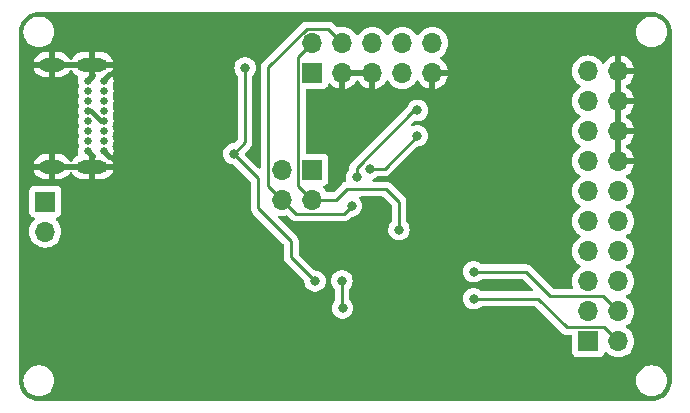
<source format=gbr>
%TF.GenerationSoftware,KiCad,Pcbnew,7.0.6*%
%TF.CreationDate,2023-07-24T13:39:50-06:00*%
%TF.ProjectId,PuyoPuya,5075796f-5075-4796-912e-6b696361645f,rev?*%
%TF.SameCoordinates,Original*%
%TF.FileFunction,Copper,L2,Bot*%
%TF.FilePolarity,Positive*%
%FSLAX46Y46*%
G04 Gerber Fmt 4.6, Leading zero omitted, Abs format (unit mm)*
G04 Created by KiCad (PCBNEW 7.0.6) date 2023-07-24 13:39:50*
%MOMM*%
%LPD*%
G01*
G04 APERTURE LIST*
%TA.AperFunction,ComponentPad*%
%ADD10O,1.700000X1.700000*%
%TD*%
%TA.AperFunction,ComponentPad*%
%ADD11R,1.700000X1.700000*%
%TD*%
%TA.AperFunction,ComponentPad*%
%ADD12C,0.660400*%
%TD*%
%TA.AperFunction,ComponentPad*%
%ADD13O,2.616200X1.117600*%
%TD*%
%TA.AperFunction,ComponentPad*%
%ADD14O,2.200000X1.120000*%
%TD*%
%TA.AperFunction,ViaPad*%
%ADD15C,0.800000*%
%TD*%
%TA.AperFunction,Conductor*%
%ADD16C,0.250000*%
%TD*%
%TA.AperFunction,Conductor*%
%ADD17C,0.400000*%
%TD*%
G04 APERTURE END LIST*
D10*
%TO.P,J4,4,Pin_4*%
%TO.N,/SWDCLK*%
X130810000Y-62941200D03*
%TO.P,J4,3,Pin_3*%
%TO.N,/PY_TXD*%
X130810000Y-60401200D03*
%TO.P,J4,2,Pin_2*%
%TO.N,/PA13{slash}SWDIO*%
X133350000Y-62941200D03*
D11*
%TO.P,J4,1,Pin_1*%
%TO.N,/PY_RXD*%
X133350000Y-60401200D03*
%TD*%
D12*
%TO.P,J3,A1,GND*%
%TO.N,GND*%
X115687901Y-52854200D03*
%TO.P,J3,A4,VBUS*%
%TO.N,Net-(JP1-A)*%
X115687901Y-53704201D03*
%TO.P,J3,A5,CC1*%
%TO.N,unconnected-(J3-CC1-PadA5)*%
X115687901Y-54554199D03*
%TO.P,J3,A6,Dp1*%
%TO.N,/USB_D+*%
X115687901Y-55404200D03*
%TO.P,J3,A7,Dn1*%
%TO.N,/USB_D-*%
X115687901Y-56254201D03*
%TO.P,J3,A8,SBU1*%
%TO.N,unconnected-(J3-SBU1-PadA8)*%
X115687901Y-57104202D03*
%TO.P,J3,A9,VBUS*%
%TO.N,Net-(JP1-A)*%
X115687901Y-57954200D03*
%TO.P,J3,A12,GND*%
%TO.N,GND*%
X115687901Y-58804201D03*
%TO.P,J3,B1,GND*%
X114337901Y-58804201D03*
%TO.P,J3,B4,VBUS*%
%TO.N,Net-(JP1-A)*%
X114337901Y-57954200D03*
%TO.P,J3,B5,CC2*%
%TO.N,unconnected-(J3-CC2-PadB5)*%
X114337901Y-57104202D03*
%TO.P,J3,B6,Dp2*%
%TO.N,/USB_D+*%
X114337901Y-56254201D03*
%TO.P,J3,B7,Dn2*%
%TO.N,/USB_D-*%
X114337901Y-55404200D03*
%TO.P,J3,B8,SBU2*%
%TO.N,unconnected-(J3-SBU2-PadB8)*%
X114337901Y-54554199D03*
%TO.P,J3,B9,VBUS*%
%TO.N,Net-(JP1-A)*%
X114337901Y-53704201D03*
%TO.P,J3,B12,GND*%
%TO.N,GND*%
X114337901Y-52854200D03*
D13*
%TO.P,J3,S,Shell*%
X114707900Y-51504200D03*
D14*
X111322901Y-51504215D03*
D13*
X114707901Y-60154185D03*
D14*
X111322901Y-60154185D03*
%TD*%
D11*
%TO.P,JP1,1,A*%
%TO.N,Net-(JP1-A)*%
X110744000Y-63093600D03*
D10*
%TO.P,JP1,2,B*%
%TO.N,VCC*%
X110744000Y-65633600D03*
%TD*%
D11*
%TO.P,J1,1,Pin_1*%
%TO.N,/PA0*%
X156718000Y-74930000D03*
D10*
%TO.P,J1,2,Pin_2*%
%TO.N,/PB0*%
X159258000Y-74930000D03*
%TO.P,J1,3,Pin_3*%
%TO.N,/PA1*%
X156718000Y-72390000D03*
%TO.P,J1,4,Pin_4*%
%TO.N,/PB1*%
X159258000Y-72390000D03*
%TO.P,J1,5,Pin_5*%
%TO.N,/PA2*%
X156718000Y-69850000D03*
%TO.P,J1,6,Pin_6*%
%TO.N,/PA13*%
X159258000Y-69850000D03*
%TO.P,J1,7,Pin_7*%
%TO.N,/PA3*%
X156718000Y-67310000D03*
%TO.P,J1,8,Pin_8*%
%TO.N,VCC*%
X159258000Y-67310000D03*
%TO.P,J1,9,Pin_9*%
%TO.N,/PA4*%
X156718000Y-64770000D03*
%TO.P,J1,10,Pin_10*%
%TO.N,VCC*%
X159258000Y-64770000D03*
%TO.P,J1,11,Pin_11*%
%TO.N,/PA5*%
X156718000Y-62230000D03*
%TO.P,J1,12,Pin_12*%
%TO.N,VCC*%
X159258000Y-62230000D03*
%TO.P,J1,13,Pin_13*%
%TO.N,/PA6*%
X156718000Y-59690000D03*
%TO.P,J1,14,Pin_14*%
%TO.N,GND*%
X159258000Y-59690000D03*
%TO.P,J1,15,Pin_15*%
%TO.N,/PA7*%
X156718000Y-57150000D03*
%TO.P,J1,16,Pin_16*%
%TO.N,GND*%
X159258000Y-57150000D03*
%TO.P,J1,17,Pin_17*%
%TO.N,/PA12*%
X156718000Y-54610000D03*
%TO.P,J1,18,Pin_18*%
%TO.N,GND*%
X159258000Y-54610000D03*
%TO.P,J1,19,Pin_19*%
%TO.N,VCC*%
X156718000Y-52070000D03*
%TO.P,J1,20,Pin_20*%
%TO.N,GND*%
X159258000Y-52070000D03*
%TD*%
D11*
%TO.P,J2,1,Pin_1*%
%TO.N,Net-(J2-Pin_1)*%
X133355000Y-52197000D03*
D10*
%TO.P,J2,2,Pin_2*%
%TO.N,/PA13{slash}SWDIO*%
X133355000Y-49657000D03*
%TO.P,J2,3,Pin_3*%
%TO.N,GND*%
X135895000Y-52197000D03*
%TO.P,J2,4,Pin_4*%
%TO.N,/SWDCLK*%
X135895000Y-49657000D03*
%TO.P,J2,5,Pin_5*%
%TO.N,GND*%
X138435000Y-52197000D03*
%TO.P,J2,6,Pin_6*%
%TO.N,/SWO*%
X138435000Y-49657000D03*
%TO.P,J2,7,Pin_7*%
%TO.N,unconnected-(J2-Pin_7-Pad7)*%
X140975000Y-52197000D03*
%TO.P,J2,8,Pin_8*%
%TO.N,unconnected-(J2-Pin_8-Pad8)*%
X140975000Y-49657000D03*
%TO.P,J2,9,Pin_9*%
%TO.N,GND*%
X143515000Y-52197000D03*
%TO.P,J2,10,Pin_10*%
%TO.N,/NRST*%
X143515000Y-49657000D03*
%TD*%
D15*
%TO.N,/PB0*%
X147025400Y-71323200D03*
%TO.N,/PB1*%
X147025400Y-69037200D03*
%TO.N,/PY_RXD*%
X142256000Y-57531000D03*
X138226800Y-60299600D03*
%TO.N,/PY_TXD*%
X142256000Y-55372000D03*
X137109200Y-61024600D03*
%TO.N,/NRST*%
X127660400Y-51765200D03*
X135917399Y-72121199D03*
X135858400Y-69799200D03*
X133588400Y-69836700D03*
X126695200Y-59051100D03*
%TO.N,/PA13{slash}SWDIO*%
X140684400Y-65481200D03*
%TO.N,/SWDCLK*%
X136684400Y-63465200D03*
%TO.N,GND*%
X151098400Y-73585200D03*
X151098400Y-66259200D03*
X146234400Y-63808700D03*
X143948400Y-63808700D03*
X133588400Y-67761700D03*
X139344400Y-67767200D03*
X138684400Y-65751200D03*
X138684400Y-63465200D03*
X120751500Y-50414000D03*
X125345100Y-52679600D03*
X119155200Y-55311200D03*
X120751500Y-52679600D03*
X126695200Y-62736900D03*
X116615200Y-62568000D03*
%TD*%
D16*
%TO.N,/PB0*%
X158083000Y-73755000D02*
X159258000Y-74930000D01*
X152450800Y-71323200D02*
X154882600Y-73755000D01*
X147025400Y-71323200D02*
X152450800Y-71323200D01*
X154882600Y-73755000D02*
X158083000Y-73755000D01*
%TO.N,/PB1*%
X153517600Y-71120000D02*
X157988000Y-71120000D01*
X157988000Y-71120000D02*
X159258000Y-72390000D01*
X151434800Y-69037200D02*
X153517600Y-71120000D01*
X147025400Y-69037200D02*
X151434800Y-69037200D01*
%TO.N,/PY_RXD*%
X139487400Y-60299600D02*
X142256000Y-57531000D01*
X138226800Y-60299600D02*
X139487400Y-60299600D01*
%TO.N,/PY_TXD*%
X137109200Y-60248800D02*
X137109200Y-61024600D01*
X141986000Y-55372000D02*
X137109200Y-60248800D01*
X142256000Y-55372000D02*
X141986000Y-55372000D01*
%TO.N,/NRST*%
X127660400Y-51765200D02*
X127660400Y-58085900D01*
X127660400Y-58085900D02*
X126695200Y-59051100D01*
X135858400Y-72062200D02*
X135917399Y-72121199D01*
X135858400Y-69799200D02*
X135858400Y-72062200D01*
X128778000Y-61133900D02*
X126695200Y-59051100D01*
X131572000Y-66446400D02*
X128778000Y-63652400D01*
X131572000Y-67820300D02*
X131572000Y-66446400D01*
X133588400Y-69836700D02*
X131572000Y-67820300D01*
X128778000Y-63652400D02*
X128778000Y-61133900D01*
%TO.N,/PA13{slash}SWDIO*%
X140684400Y-63112800D02*
X140684400Y-65481200D01*
X139598400Y-62026800D02*
X140684400Y-63112800D01*
X135382000Y-62941200D02*
X136296400Y-62026800D01*
X133350000Y-62941200D02*
X135382000Y-62941200D01*
X136296400Y-62026800D02*
X139598400Y-62026800D01*
%TO.N,/SWDCLK*%
X136033400Y-64116200D02*
X136684400Y-63465200D01*
X131985000Y-64116200D02*
X136033400Y-64116200D01*
X130810000Y-62941200D02*
X131985000Y-64116200D01*
X129635000Y-61766200D02*
X129635000Y-51715299D01*
X129635000Y-51715299D02*
X132868299Y-48482000D01*
X134720000Y-48482000D02*
X135895000Y-49657000D01*
X130810000Y-62941200D02*
X129635000Y-61766200D01*
X132868299Y-48482000D02*
X134720000Y-48482000D01*
%TO.N,/PA13{slash}SWDIO*%
X132175000Y-61766200D02*
X133350000Y-62941200D01*
X133355000Y-49657000D02*
X132175000Y-50837000D01*
X132175000Y-50837000D02*
X132175000Y-61766200D01*
D17*
%TO.N,/USB_D-*%
X115505243Y-56254201D02*
X115687901Y-56254201D01*
X114655242Y-55404200D02*
X115505243Y-56254201D01*
X114337901Y-55404200D02*
X114655242Y-55404200D01*
%TD*%
%TA.AperFunction,Conductor*%
%TO.N,GND*%
G36*
X159508000Y-59254498D02*
G01*
X159400315Y-59205320D01*
X159293763Y-59190000D01*
X159222237Y-59190000D01*
X159115685Y-59205320D01*
X159008000Y-59254498D01*
X159008000Y-57585501D01*
X159115685Y-57634680D01*
X159222237Y-57650000D01*
X159293763Y-57650000D01*
X159400315Y-57634680D01*
X159508000Y-57585501D01*
X159508000Y-59254498D01*
G37*
%TD.AperFunction*%
%TA.AperFunction,Conductor*%
G36*
X159508000Y-56714498D02*
G01*
X159400315Y-56665320D01*
X159293763Y-56650000D01*
X159222237Y-56650000D01*
X159115685Y-56665320D01*
X159008000Y-56714498D01*
X159008000Y-55045501D01*
X159115685Y-55094680D01*
X159222237Y-55110000D01*
X159293763Y-55110000D01*
X159400315Y-55094680D01*
X159508000Y-55045501D01*
X159508000Y-56714498D01*
G37*
%TD.AperFunction*%
%TA.AperFunction,Conductor*%
G36*
X159508000Y-54174498D02*
G01*
X159400315Y-54125320D01*
X159293763Y-54110000D01*
X159222237Y-54110000D01*
X159115685Y-54125320D01*
X159008000Y-54174498D01*
X159008000Y-52505501D01*
X159115685Y-52554680D01*
X159222237Y-52570000D01*
X159293763Y-52570000D01*
X159400315Y-52554680D01*
X159508000Y-52505501D01*
X159508000Y-54174498D01*
G37*
%TD.AperFunction*%
%TA.AperFunction,Conductor*%
G36*
X137975507Y-51987156D02*
G01*
X137935000Y-52125111D01*
X137935000Y-52268889D01*
X137975507Y-52406844D01*
X138001314Y-52447000D01*
X136328686Y-52447000D01*
X136354493Y-52406844D01*
X136395000Y-52268889D01*
X136395000Y-52125111D01*
X136354493Y-51987156D01*
X136328686Y-51947000D01*
X138001314Y-51947000D01*
X137975507Y-51987156D01*
G37*
%TD.AperFunction*%
%TA.AperFunction,Conductor*%
G36*
X113814623Y-59946244D02*
G01*
X113764350Y-60060855D01*
X113754015Y-60185580D01*
X113784738Y-60306904D01*
X113848295Y-60404185D01*
X112127461Y-60404185D01*
X112166179Y-60362126D01*
X112216452Y-60247515D01*
X112226787Y-60122790D01*
X112196064Y-60001466D01*
X112132507Y-59904185D01*
X113853341Y-59904185D01*
X113814623Y-59946244D01*
G37*
%TD.AperFunction*%
%TA.AperFunction,Conductor*%
G36*
X114632677Y-58760926D02*
G01*
X114676472Y-58789219D01*
X115042320Y-59155067D01*
X115075805Y-59216390D01*
X115070821Y-59286082D01*
X115042320Y-59330429D01*
X114957901Y-59414848D01*
X114957901Y-59779185D01*
X114457900Y-59779185D01*
X114457901Y-59277754D01*
X114176728Y-58996581D01*
X114143243Y-58935258D01*
X114147411Y-58876973D01*
X114174947Y-58934152D01*
X114247468Y-58991986D01*
X114315005Y-59007401D01*
X114360797Y-59007401D01*
X114428334Y-58991986D01*
X114500855Y-58934152D01*
X114541101Y-58850580D01*
X114541101Y-58760267D01*
X114563011Y-58755610D01*
X114632677Y-58760926D01*
G37*
%TD.AperFunction*%
%TA.AperFunction,Conductor*%
G36*
X114957899Y-52243549D02*
G01*
X115042320Y-52327970D01*
X115075805Y-52389293D01*
X115070821Y-52458985D01*
X115042320Y-52503332D01*
X114940459Y-52605193D01*
X114940457Y-52605196D01*
X114676471Y-52869181D01*
X114615148Y-52902666D01*
X114563010Y-52902790D01*
X114541101Y-52898133D01*
X114541101Y-52807821D01*
X114500855Y-52724249D01*
X114428334Y-52666415D01*
X114360797Y-52651000D01*
X114315005Y-52651000D01*
X114247468Y-52666415D01*
X114174947Y-52724249D01*
X114148479Y-52779208D01*
X114141671Y-52731854D01*
X114170696Y-52668298D01*
X114176728Y-52661820D01*
X114457899Y-52380647D01*
X114457900Y-52380646D01*
X114457900Y-51879200D01*
X114957900Y-51879200D01*
X114957899Y-52243549D01*
G37*
%TD.AperFunction*%
%TA.AperFunction,Conductor*%
G36*
X113814622Y-51296259D02*
G01*
X113764349Y-51410870D01*
X113754014Y-51535595D01*
X113784737Y-51656919D01*
X113848294Y-51754200D01*
X112911664Y-51754200D01*
X112911524Y-51754215D01*
X112127461Y-51754215D01*
X112166179Y-51712156D01*
X112216452Y-51597545D01*
X112226787Y-51472820D01*
X112196064Y-51351496D01*
X112132507Y-51254215D01*
X112911037Y-51254215D01*
X112911177Y-51254200D01*
X113853340Y-51254200D01*
X113814622Y-51296259D01*
G37*
%TD.AperFunction*%
%TA.AperFunction,Conductor*%
G36*
X162086208Y-47036571D02*
G01*
X162317036Y-47053080D01*
X162334537Y-47055597D01*
X162554167Y-47103374D01*
X162571130Y-47108355D01*
X162781729Y-47186904D01*
X162797814Y-47194250D01*
X162995079Y-47301966D01*
X162995083Y-47301968D01*
X163009966Y-47311533D01*
X163189892Y-47446224D01*
X163203263Y-47457810D01*
X163362190Y-47616737D01*
X163373776Y-47630108D01*
X163508467Y-47810034D01*
X163518032Y-47824917D01*
X163625745Y-48022180D01*
X163633095Y-48038273D01*
X163711643Y-48248867D01*
X163716627Y-48265843D01*
X163764401Y-48485457D01*
X163766919Y-48502969D01*
X163783428Y-48733791D01*
X163783586Y-48738215D01*
X163783586Y-78261786D01*
X163783428Y-78266210D01*
X163766919Y-78497031D01*
X163764401Y-78514543D01*
X163716627Y-78734158D01*
X163711643Y-78751133D01*
X163633096Y-78961726D01*
X163625746Y-78977820D01*
X163518031Y-79175083D01*
X163508466Y-79189966D01*
X163373775Y-79369892D01*
X163362189Y-79383263D01*
X163203262Y-79542190D01*
X163189891Y-79553776D01*
X163009965Y-79688467D01*
X162995082Y-79698032D01*
X162797819Y-79805745D01*
X162781726Y-79813095D01*
X162571132Y-79891643D01*
X162554156Y-79896627D01*
X162334542Y-79944401D01*
X162317030Y-79946919D01*
X162107038Y-79961938D01*
X162086206Y-79963428D01*
X162081784Y-79963586D01*
X110206214Y-79963586D01*
X110201791Y-79963428D01*
X110178263Y-79961745D01*
X109970968Y-79946919D01*
X109953456Y-79944401D01*
X109733841Y-79896627D01*
X109716866Y-79891643D01*
X109506273Y-79813096D01*
X109490179Y-79805746D01*
X109292916Y-79698031D01*
X109278033Y-79688466D01*
X109098107Y-79553775D01*
X109084736Y-79542189D01*
X108925809Y-79383262D01*
X108914223Y-79369891D01*
X108779532Y-79189965D01*
X108769967Y-79175082D01*
X108730683Y-79103139D01*
X108662253Y-78977818D01*
X108654904Y-78961726D01*
X108638122Y-78916732D01*
X108576353Y-78751124D01*
X108571373Y-78734158D01*
X108523597Y-78514536D01*
X108521080Y-78497030D01*
X108520627Y-78490692D01*
X108504568Y-78266156D01*
X108504491Y-78264001D01*
X108898532Y-78264001D01*
X108918364Y-78490686D01*
X108918366Y-78490697D01*
X108977258Y-78710488D01*
X108977261Y-78710497D01*
X109073431Y-78916732D01*
X109073432Y-78916734D01*
X109203954Y-79103141D01*
X109364858Y-79264045D01*
X109364861Y-79264047D01*
X109551266Y-79394568D01*
X109757504Y-79490739D01*
X109977308Y-79549635D01*
X110147216Y-79564500D01*
X110260784Y-79564500D01*
X110430692Y-79549635D01*
X110650496Y-79490739D01*
X110856734Y-79394568D01*
X111043139Y-79264047D01*
X111204047Y-79103139D01*
X111334568Y-78916734D01*
X111430739Y-78710496D01*
X111489635Y-78490692D01*
X111509468Y-78264001D01*
X160778532Y-78264001D01*
X160798364Y-78490686D01*
X160798366Y-78490697D01*
X160857258Y-78710488D01*
X160857261Y-78710497D01*
X160953431Y-78916732D01*
X160953432Y-78916734D01*
X161083954Y-79103141D01*
X161244858Y-79264045D01*
X161244861Y-79264047D01*
X161431266Y-79394568D01*
X161637504Y-79490739D01*
X161857308Y-79549635D01*
X162027216Y-79564500D01*
X162140784Y-79564500D01*
X162310692Y-79549635D01*
X162530496Y-79490739D01*
X162736734Y-79394568D01*
X162923139Y-79264047D01*
X163084047Y-79103139D01*
X163214568Y-78916734D01*
X163310739Y-78710496D01*
X163369635Y-78490692D01*
X163389468Y-78264000D01*
X163369635Y-78037308D01*
X163310739Y-77817504D01*
X163214568Y-77611266D01*
X163084047Y-77424861D01*
X163084045Y-77424858D01*
X162923141Y-77263954D01*
X162736734Y-77133432D01*
X162736732Y-77133431D01*
X162530497Y-77037261D01*
X162530488Y-77037258D01*
X162310697Y-76978366D01*
X162310687Y-76978364D01*
X162140784Y-76963500D01*
X162027216Y-76963500D01*
X161857312Y-76978364D01*
X161857302Y-76978366D01*
X161637511Y-77037258D01*
X161637502Y-77037261D01*
X161431267Y-77133431D01*
X161431265Y-77133432D01*
X161244858Y-77263954D01*
X161083954Y-77424858D01*
X160953432Y-77611265D01*
X160953431Y-77611267D01*
X160857261Y-77817502D01*
X160857258Y-77817511D01*
X160798366Y-78037302D01*
X160798364Y-78037313D01*
X160778532Y-78263998D01*
X160778532Y-78264001D01*
X111509468Y-78264001D01*
X111509468Y-78264000D01*
X111489635Y-78037308D01*
X111430739Y-77817504D01*
X111334568Y-77611266D01*
X111204047Y-77424861D01*
X111204045Y-77424858D01*
X111043141Y-77263954D01*
X110856734Y-77133432D01*
X110856732Y-77133431D01*
X110650497Y-77037261D01*
X110650488Y-77037258D01*
X110430697Y-76978366D01*
X110430687Y-76978364D01*
X110260784Y-76963500D01*
X110147216Y-76963500D01*
X109977312Y-76978364D01*
X109977302Y-76978366D01*
X109757511Y-77037258D01*
X109757502Y-77037261D01*
X109551267Y-77133431D01*
X109551265Y-77133432D01*
X109364858Y-77263954D01*
X109203954Y-77424858D01*
X109073432Y-77611265D01*
X109073431Y-77611267D01*
X108977261Y-77817502D01*
X108977258Y-77817511D01*
X108918366Y-78037302D01*
X108918364Y-78037313D01*
X108898532Y-78263998D01*
X108898532Y-78264001D01*
X108504491Y-78264001D01*
X108504412Y-78261776D01*
X108504412Y-78216404D01*
X108504412Y-78216403D01*
X108504412Y-65633600D01*
X109388341Y-65633600D01*
X109408936Y-65869003D01*
X109408938Y-65869013D01*
X109470094Y-66097255D01*
X109470096Y-66097259D01*
X109470097Y-66097263D01*
X109504186Y-66170367D01*
X109569965Y-66311430D01*
X109569967Y-66311434D01*
X109630075Y-66397276D01*
X109705505Y-66505001D01*
X109872599Y-66672095D01*
X109920292Y-66705490D01*
X110066165Y-66807632D01*
X110066167Y-66807633D01*
X110066170Y-66807635D01*
X110280337Y-66907503D01*
X110508592Y-66968663D01*
X110696918Y-66985139D01*
X110743999Y-66989259D01*
X110744000Y-66989259D01*
X110744001Y-66989259D01*
X110783234Y-66985826D01*
X110979408Y-66968663D01*
X111207663Y-66907503D01*
X111421830Y-66807635D01*
X111615401Y-66672095D01*
X111782495Y-66505001D01*
X111918035Y-66311430D01*
X112017903Y-66097263D01*
X112079063Y-65869008D01*
X112099659Y-65633600D01*
X112079063Y-65398192D01*
X112017903Y-65169937D01*
X111918035Y-64955771D01*
X111843659Y-64849551D01*
X111782496Y-64762200D01*
X111722690Y-64702394D01*
X111660567Y-64640271D01*
X111627084Y-64578951D01*
X111632068Y-64509259D01*
X111673939Y-64453325D01*
X111704915Y-64436410D01*
X111836331Y-64387396D01*
X111951546Y-64301146D01*
X112037796Y-64185931D01*
X112088091Y-64051083D01*
X112094500Y-63991473D01*
X112094499Y-62195728D01*
X112088091Y-62136117D01*
X112063356Y-62069800D01*
X112037797Y-62001271D01*
X112037793Y-62001264D01*
X111951547Y-61886055D01*
X111951544Y-61886052D01*
X111836335Y-61799806D01*
X111836328Y-61799802D01*
X111701482Y-61749508D01*
X111701483Y-61749508D01*
X111641883Y-61743101D01*
X111641881Y-61743100D01*
X111641873Y-61743100D01*
X111641864Y-61743100D01*
X109846129Y-61743100D01*
X109846123Y-61743101D01*
X109786516Y-61749508D01*
X109651671Y-61799802D01*
X109651664Y-61799806D01*
X109536455Y-61886052D01*
X109536452Y-61886055D01*
X109450206Y-62001264D01*
X109450202Y-62001271D01*
X109399908Y-62136117D01*
X109393501Y-62195716D01*
X109393501Y-62195723D01*
X109393500Y-62195735D01*
X109393500Y-63991470D01*
X109393501Y-63991476D01*
X109399908Y-64051083D01*
X109450202Y-64185928D01*
X109450206Y-64185935D01*
X109536452Y-64301144D01*
X109536455Y-64301147D01*
X109651664Y-64387393D01*
X109651671Y-64387397D01*
X109783081Y-64436410D01*
X109839015Y-64478281D01*
X109863432Y-64543745D01*
X109848580Y-64612018D01*
X109827430Y-64640273D01*
X109705503Y-64762200D01*
X109569965Y-64955769D01*
X109569964Y-64955771D01*
X109470098Y-65169935D01*
X109470094Y-65169944D01*
X109408938Y-65398186D01*
X109408936Y-65398196D01*
X109388341Y-65633599D01*
X109388341Y-65633600D01*
X108504412Y-65633600D01*
X108504412Y-59904184D01*
X109751040Y-59904184D01*
X109751041Y-59904185D01*
X110518341Y-59904185D01*
X110479623Y-59946244D01*
X110429350Y-60060855D01*
X110419015Y-60185580D01*
X110449738Y-60306904D01*
X110513295Y-60404185D01*
X109751041Y-60404185D01*
X109798852Y-60561797D01*
X109897275Y-60745933D01*
X109897280Y-60745940D01*
X110029740Y-60907345D01*
X110191145Y-61039805D01*
X110191152Y-61039810D01*
X110375289Y-61138234D01*
X110575106Y-61198848D01*
X110730828Y-61214185D01*
X111072901Y-61214185D01*
X111072901Y-60529185D01*
X111572901Y-60529185D01*
X111572901Y-61214185D01*
X111914974Y-61214185D01*
X112070695Y-61198848D01*
X112270512Y-61138234D01*
X112454649Y-61039810D01*
X112454656Y-61039805D01*
X112616061Y-60907345D01*
X112748521Y-60745940D01*
X112748526Y-60745933D01*
X112802073Y-60645755D01*
X112851035Y-60595911D01*
X112919172Y-60580450D01*
X112984852Y-60604281D01*
X113020789Y-60645755D01*
X113073977Y-60745263D01*
X113073981Y-60745270D01*
X113206293Y-60906492D01*
X113367515Y-61038804D01*
X113367522Y-61038808D01*
X113551450Y-61137120D01*
X113751041Y-61197665D01*
X113906589Y-61212985D01*
X114457901Y-61212985D01*
X114457901Y-60529185D01*
X114957901Y-60529185D01*
X114957901Y-61212985D01*
X115509213Y-61212985D01*
X115664760Y-61197665D01*
X115864351Y-61137120D01*
X116048279Y-61038808D01*
X116048286Y-61038804D01*
X116209508Y-60906492D01*
X116341820Y-60745270D01*
X116341824Y-60745263D01*
X116440134Y-60561338D01*
X116440135Y-60561335D01*
X116487807Y-60404185D01*
X115562461Y-60404185D01*
X115601179Y-60362126D01*
X115651452Y-60247515D01*
X115661787Y-60122790D01*
X115631064Y-60001466D01*
X115567507Y-59904185D01*
X116487807Y-59904185D01*
X116440135Y-59747034D01*
X116440134Y-59747031D01*
X116341824Y-59563106D01*
X116341820Y-59563100D01*
X116259706Y-59463042D01*
X116259705Y-59463042D01*
X116214128Y-59508620D01*
X116152804Y-59542104D01*
X116083113Y-59537120D01*
X116038766Y-59508619D01*
X115526728Y-58996581D01*
X115493243Y-58935258D01*
X115497411Y-58876973D01*
X115524947Y-58934152D01*
X115597468Y-58991986D01*
X115665005Y-59007401D01*
X115710797Y-59007401D01*
X115778334Y-58991986D01*
X115850855Y-58934152D01*
X115891101Y-58850580D01*
X115891101Y-58760267D01*
X115913011Y-58755610D01*
X115982677Y-58760926D01*
X116026472Y-58789219D01*
X116425058Y-59187805D01*
X116450503Y-59143734D01*
X116450506Y-59143728D01*
X116480602Y-59051100D01*
X125789740Y-59051100D01*
X125809526Y-59239356D01*
X125809527Y-59239359D01*
X125868018Y-59419377D01*
X125868021Y-59419384D01*
X125962667Y-59583316D01*
X126041858Y-59671266D01*
X126089329Y-59723988D01*
X126242465Y-59835248D01*
X126242470Y-59835251D01*
X126415392Y-59912242D01*
X126415397Y-59912244D01*
X126600554Y-59951600D01*
X126659748Y-59951600D01*
X126726787Y-59971285D01*
X126747429Y-59987919D01*
X128116181Y-61356671D01*
X128149666Y-61417994D01*
X128152500Y-61444352D01*
X128152500Y-63569655D01*
X128150775Y-63585272D01*
X128151061Y-63585299D01*
X128150326Y-63593065D01*
X128152500Y-63662214D01*
X128152500Y-63691743D01*
X128152501Y-63691760D01*
X128153368Y-63698631D01*
X128153826Y-63704450D01*
X128155290Y-63751024D01*
X128155291Y-63751027D01*
X128160880Y-63770267D01*
X128164824Y-63789311D01*
X128167336Y-63809191D01*
X128184490Y-63852519D01*
X128186382Y-63858047D01*
X128199381Y-63902788D01*
X128209580Y-63920034D01*
X128218138Y-63937503D01*
X128225514Y-63956132D01*
X128252898Y-63993823D01*
X128256106Y-63998707D01*
X128279827Y-64038816D01*
X128279833Y-64038824D01*
X128293990Y-64052980D01*
X128306627Y-64067775D01*
X128318406Y-64083987D01*
X128337136Y-64099482D01*
X128354309Y-64113688D01*
X128358620Y-64117610D01*
X129639196Y-65398186D01*
X130910181Y-66669171D01*
X130943666Y-66730494D01*
X130946500Y-66756852D01*
X130946500Y-67737555D01*
X130944775Y-67753172D01*
X130945061Y-67753199D01*
X130944326Y-67760965D01*
X130946500Y-67830114D01*
X130946500Y-67859643D01*
X130946501Y-67859660D01*
X130947368Y-67866531D01*
X130947826Y-67872350D01*
X130949290Y-67918924D01*
X130949291Y-67918927D01*
X130954880Y-67938167D01*
X130958824Y-67957211D01*
X130961336Y-67977092D01*
X130978490Y-68020419D01*
X130980382Y-68025947D01*
X130993381Y-68070688D01*
X131003580Y-68087934D01*
X131012138Y-68105403D01*
X131019514Y-68124032D01*
X131046898Y-68161723D01*
X131050106Y-68166607D01*
X131073827Y-68206716D01*
X131073833Y-68206724D01*
X131087990Y-68220880D01*
X131100628Y-68235676D01*
X131112405Y-68251886D01*
X131112406Y-68251887D01*
X131148309Y-68281588D01*
X131152620Y-68285510D01*
X132298024Y-69430915D01*
X132649438Y-69782329D01*
X132682923Y-69843652D01*
X132685078Y-69857048D01*
X132689419Y-69898344D01*
X132702726Y-70024956D01*
X132702727Y-70024959D01*
X132761218Y-70204977D01*
X132761221Y-70204984D01*
X132855867Y-70368916D01*
X132936242Y-70458181D01*
X132982529Y-70509588D01*
X133135665Y-70620848D01*
X133135670Y-70620851D01*
X133308592Y-70697842D01*
X133308597Y-70697844D01*
X133493754Y-70737200D01*
X133493755Y-70737200D01*
X133683044Y-70737200D01*
X133683046Y-70737200D01*
X133868203Y-70697844D01*
X134041130Y-70620851D01*
X134194271Y-70509588D01*
X134320933Y-70368916D01*
X134415579Y-70204984D01*
X134474074Y-70024956D01*
X134493860Y-69836700D01*
X134489919Y-69799200D01*
X134952940Y-69799200D01*
X134972726Y-69987456D01*
X134972727Y-69987459D01*
X135031218Y-70167477D01*
X135031221Y-70167484D01*
X135125867Y-70331416D01*
X135169172Y-70379510D01*
X135201050Y-70414915D01*
X135231280Y-70477906D01*
X135232900Y-70497887D01*
X135232900Y-71488036D01*
X135213215Y-71555075D01*
X135201051Y-71571007D01*
X135184867Y-71588981D01*
X135184863Y-71588986D01*
X135090220Y-71752914D01*
X135090217Y-71752921D01*
X135033872Y-71926335D01*
X135031725Y-71932943D01*
X135011939Y-72121199D01*
X135031725Y-72309455D01*
X135031726Y-72309458D01*
X135090217Y-72489476D01*
X135090220Y-72489483D01*
X135184866Y-72653415D01*
X135311528Y-72794086D01*
X135311528Y-72794087D01*
X135464664Y-72905347D01*
X135464669Y-72905350D01*
X135637591Y-72982341D01*
X135637596Y-72982343D01*
X135822753Y-73021699D01*
X135822754Y-73021699D01*
X136012043Y-73021699D01*
X136012045Y-73021699D01*
X136197202Y-72982343D01*
X136370129Y-72905350D01*
X136523270Y-72794087D01*
X136649932Y-72653415D01*
X136744578Y-72489483D01*
X136803073Y-72309455D01*
X136822859Y-72121199D01*
X136803073Y-71932943D01*
X136744578Y-71752915D01*
X136649932Y-71588983D01*
X136523270Y-71448311D01*
X136523269Y-71448310D01*
X136518921Y-71443481D01*
X136520276Y-71442260D01*
X136488275Y-71390299D01*
X136483900Y-71357653D01*
X136483900Y-71323200D01*
X146119940Y-71323200D01*
X146139726Y-71511456D01*
X146139727Y-71511459D01*
X146198218Y-71691477D01*
X146198221Y-71691484D01*
X146292867Y-71855416D01*
X146384497Y-71957181D01*
X146419529Y-71996088D01*
X146572665Y-72107348D01*
X146572670Y-72107351D01*
X146745592Y-72184342D01*
X146745597Y-72184344D01*
X146930754Y-72223700D01*
X146930755Y-72223700D01*
X147120044Y-72223700D01*
X147120046Y-72223700D01*
X147305203Y-72184344D01*
X147478130Y-72107351D01*
X147631271Y-71996088D01*
X147634188Y-71992847D01*
X147637000Y-71989726D01*
X147696487Y-71953079D01*
X147729148Y-71948700D01*
X152140348Y-71948700D01*
X152207387Y-71968385D01*
X152228029Y-71985019D01*
X154381794Y-74138784D01*
X154391619Y-74151048D01*
X154391840Y-74150866D01*
X154396810Y-74156873D01*
X154396813Y-74156876D01*
X154396814Y-74156877D01*
X154447251Y-74204241D01*
X154468130Y-74225120D01*
X154473604Y-74229366D01*
X154478042Y-74233156D01*
X154512018Y-74265062D01*
X154512022Y-74265064D01*
X154529573Y-74274713D01*
X154545831Y-74285392D01*
X154561664Y-74297674D01*
X154583615Y-74307172D01*
X154604437Y-74316183D01*
X154609681Y-74318752D01*
X154650508Y-74341197D01*
X154669912Y-74346179D01*
X154688310Y-74352478D01*
X154706705Y-74360438D01*
X154752729Y-74367726D01*
X154758432Y-74368907D01*
X154803581Y-74380500D01*
X154823616Y-74380500D01*
X154843013Y-74382026D01*
X154862796Y-74385160D01*
X154909183Y-74380775D01*
X154915022Y-74380500D01*
X155243500Y-74380500D01*
X155310539Y-74400185D01*
X155356294Y-74452989D01*
X155367500Y-74504500D01*
X155367500Y-75827870D01*
X155367501Y-75827876D01*
X155373908Y-75887483D01*
X155424202Y-76022328D01*
X155424206Y-76022335D01*
X155510452Y-76137544D01*
X155510455Y-76137547D01*
X155625664Y-76223793D01*
X155625671Y-76223797D01*
X155760517Y-76274091D01*
X155760516Y-76274091D01*
X155767444Y-76274835D01*
X155820127Y-76280500D01*
X157615872Y-76280499D01*
X157675483Y-76274091D01*
X157810331Y-76223796D01*
X157925546Y-76137546D01*
X158011796Y-76022331D01*
X158060810Y-75890916D01*
X158102681Y-75834984D01*
X158168145Y-75810566D01*
X158236418Y-75825417D01*
X158264673Y-75846569D01*
X158386599Y-75968495D01*
X158483384Y-76036264D01*
X158580165Y-76104032D01*
X158580167Y-76104033D01*
X158580170Y-76104035D01*
X158794337Y-76203903D01*
X159022592Y-76265063D01*
X159199034Y-76280500D01*
X159257999Y-76285659D01*
X159258000Y-76285659D01*
X159258001Y-76285659D01*
X159316966Y-76280500D01*
X159493408Y-76265063D01*
X159721663Y-76203903D01*
X159935830Y-76104035D01*
X160129401Y-75968495D01*
X160296495Y-75801401D01*
X160432035Y-75607830D01*
X160531903Y-75393663D01*
X160593063Y-75165408D01*
X160613659Y-74930000D01*
X160593063Y-74694592D01*
X160531903Y-74466337D01*
X160432035Y-74252171D01*
X160417323Y-74231159D01*
X160296494Y-74058597D01*
X160129402Y-73891506D01*
X160129396Y-73891501D01*
X159943842Y-73761575D01*
X159900217Y-73706998D01*
X159893023Y-73637500D01*
X159924546Y-73575145D01*
X159943842Y-73558425D01*
X159966026Y-73542891D01*
X160129401Y-73428495D01*
X160296495Y-73261401D01*
X160432035Y-73067830D01*
X160531903Y-72853663D01*
X160593063Y-72625408D01*
X160613659Y-72390000D01*
X160593063Y-72154592D01*
X160531903Y-71926337D01*
X160432035Y-71712171D01*
X160345781Y-71588986D01*
X160296494Y-71518597D01*
X160129402Y-71351506D01*
X160129396Y-71351501D01*
X159943842Y-71221575D01*
X159900217Y-71166998D01*
X159893023Y-71097500D01*
X159924546Y-71035145D01*
X159943842Y-71018425D01*
X159966026Y-71002891D01*
X160129401Y-70888495D01*
X160296495Y-70721401D01*
X160432035Y-70527830D01*
X160531903Y-70313663D01*
X160593063Y-70085408D01*
X160613659Y-69850000D01*
X160611152Y-69821351D01*
X160600861Y-69703726D01*
X160593063Y-69614592D01*
X160543848Y-69430916D01*
X160531905Y-69386344D01*
X160531904Y-69386343D01*
X160531903Y-69386337D01*
X160432035Y-69172171D01*
X160426425Y-69164158D01*
X160296494Y-68978597D01*
X160129402Y-68811506D01*
X160129396Y-68811501D01*
X159943842Y-68681575D01*
X159900217Y-68626998D01*
X159893023Y-68557500D01*
X159924546Y-68495145D01*
X159943842Y-68478425D01*
X159966026Y-68462891D01*
X160129401Y-68348495D01*
X160296495Y-68181401D01*
X160432035Y-67987830D01*
X160531903Y-67773663D01*
X160593063Y-67545408D01*
X160613659Y-67310000D01*
X160593063Y-67074592D01*
X160531903Y-66846337D01*
X160432035Y-66632171D01*
X160426425Y-66624158D01*
X160296494Y-66438597D01*
X160129402Y-66271506D01*
X160129396Y-66271501D01*
X159943842Y-66141575D01*
X159900217Y-66086998D01*
X159893023Y-66017500D01*
X159924546Y-65955145D01*
X159943842Y-65938425D01*
X160042972Y-65869013D01*
X160129401Y-65808495D01*
X160296495Y-65641401D01*
X160432035Y-65447830D01*
X160531903Y-65233663D01*
X160593063Y-65005408D01*
X160613659Y-64770000D01*
X160612976Y-64762199D01*
X160597960Y-64590564D01*
X160593063Y-64534592D01*
X160531903Y-64306337D01*
X160432035Y-64092171D01*
X160426425Y-64084158D01*
X160296494Y-63898597D01*
X160129402Y-63731506D01*
X160129396Y-63731501D01*
X159943842Y-63601575D01*
X159900217Y-63546998D01*
X159893023Y-63477500D01*
X159924546Y-63415145D01*
X159943842Y-63398425D01*
X159981738Y-63371890D01*
X160129401Y-63268495D01*
X160296495Y-63101401D01*
X160432035Y-62907830D01*
X160531903Y-62693663D01*
X160593063Y-62465408D01*
X160613659Y-62230000D01*
X160593063Y-61994592D01*
X160531903Y-61766337D01*
X160432035Y-61552171D01*
X160430961Y-61550636D01*
X160296494Y-61358597D01*
X160129402Y-61191506D01*
X160129401Y-61191505D01*
X159943405Y-61061269D01*
X159899781Y-61006692D01*
X159892588Y-60937193D01*
X159924110Y-60874839D01*
X159943405Y-60858119D01*
X160129082Y-60728105D01*
X160296105Y-60561082D01*
X160431600Y-60367578D01*
X160531429Y-60153492D01*
X160531432Y-60153486D01*
X160588636Y-59940000D01*
X159691686Y-59940000D01*
X159717493Y-59899844D01*
X159758000Y-59761889D01*
X159758000Y-59618111D01*
X159717493Y-59480156D01*
X159691686Y-59440000D01*
X160588636Y-59440000D01*
X160588635Y-59439999D01*
X160531432Y-59226513D01*
X160531429Y-59226507D01*
X160431600Y-59012422D01*
X160431599Y-59012420D01*
X160296113Y-58818926D01*
X160296108Y-58818920D01*
X160129082Y-58651894D01*
X159942968Y-58521575D01*
X159899344Y-58466998D01*
X159892151Y-58397499D01*
X159923673Y-58335145D01*
X159942968Y-58318425D01*
X160129082Y-58188105D01*
X160296105Y-58021082D01*
X160431600Y-57827578D01*
X160531429Y-57613492D01*
X160531432Y-57613486D01*
X160588636Y-57400000D01*
X159691686Y-57400000D01*
X159717493Y-57359844D01*
X159758000Y-57221889D01*
X159758000Y-57078111D01*
X159717493Y-56940156D01*
X159691686Y-56900000D01*
X160588636Y-56900000D01*
X160588635Y-56899999D01*
X160531432Y-56686513D01*
X160531429Y-56686507D01*
X160431600Y-56472422D01*
X160431599Y-56472420D01*
X160296113Y-56278926D01*
X160296108Y-56278920D01*
X160129082Y-56111894D01*
X159942968Y-55981575D01*
X159899344Y-55926998D01*
X159892151Y-55857499D01*
X159923673Y-55795145D01*
X159942968Y-55778425D01*
X160129082Y-55648105D01*
X160296105Y-55481082D01*
X160431600Y-55287578D01*
X160531429Y-55073492D01*
X160531432Y-55073486D01*
X160588636Y-54860000D01*
X159691686Y-54860000D01*
X159717493Y-54819844D01*
X159758000Y-54681889D01*
X159758000Y-54538111D01*
X159717493Y-54400156D01*
X159691686Y-54360000D01*
X160588636Y-54360000D01*
X160588635Y-54359999D01*
X160531432Y-54146513D01*
X160531429Y-54146507D01*
X160431600Y-53932422D01*
X160431599Y-53932420D01*
X160296113Y-53738926D01*
X160296108Y-53738920D01*
X160129082Y-53571894D01*
X159942968Y-53441575D01*
X159899344Y-53386998D01*
X159892151Y-53317499D01*
X159923673Y-53255145D01*
X159942968Y-53238425D01*
X160129082Y-53108105D01*
X160296105Y-52941082D01*
X160431600Y-52747578D01*
X160531429Y-52533492D01*
X160531432Y-52533486D01*
X160588636Y-52320000D01*
X159691686Y-52320000D01*
X159717493Y-52279844D01*
X159758000Y-52141889D01*
X159758000Y-51998111D01*
X159717493Y-51860156D01*
X159691686Y-51820000D01*
X160588636Y-51820000D01*
X160588635Y-51819999D01*
X160531432Y-51606513D01*
X160531429Y-51606507D01*
X160431600Y-51392422D01*
X160431599Y-51392420D01*
X160296113Y-51198926D01*
X160296108Y-51198920D01*
X160129082Y-51031894D01*
X159935578Y-50896399D01*
X159721492Y-50796570D01*
X159721486Y-50796567D01*
X159508000Y-50739364D01*
X159508000Y-51634498D01*
X159400315Y-51585320D01*
X159293763Y-51570000D01*
X159222237Y-51570000D01*
X159115685Y-51585320D01*
X159008000Y-51634498D01*
X159008000Y-50739364D01*
X159007999Y-50739364D01*
X158794513Y-50796567D01*
X158794507Y-50796570D01*
X158580422Y-50896399D01*
X158580420Y-50896400D01*
X158386926Y-51031886D01*
X158386920Y-51031891D01*
X158219891Y-51198920D01*
X158219890Y-51198922D01*
X158089880Y-51384595D01*
X158035303Y-51428219D01*
X157965804Y-51435412D01*
X157903450Y-51403890D01*
X157886730Y-51384594D01*
X157756494Y-51198597D01*
X157589402Y-51031506D01*
X157589395Y-51031501D01*
X157585650Y-51028879D01*
X157533072Y-50992063D01*
X157395834Y-50895967D01*
X157395830Y-50895965D01*
X157289752Y-50846500D01*
X157181663Y-50796097D01*
X157181659Y-50796096D01*
X157181655Y-50796094D01*
X156953413Y-50734938D01*
X156953403Y-50734936D01*
X156718001Y-50714341D01*
X156717999Y-50714341D01*
X156482596Y-50734936D01*
X156482586Y-50734938D01*
X156254344Y-50796094D01*
X156254335Y-50796098D01*
X156040171Y-50895964D01*
X156040169Y-50895965D01*
X155846597Y-51031505D01*
X155679505Y-51198597D01*
X155543965Y-51392169D01*
X155543964Y-51392171D01*
X155444098Y-51606335D01*
X155444094Y-51606344D01*
X155382938Y-51834586D01*
X155382936Y-51834596D01*
X155362341Y-52069999D01*
X155362341Y-52070000D01*
X155382936Y-52305403D01*
X155382938Y-52305413D01*
X155444094Y-52533655D01*
X155444096Y-52533659D01*
X155444097Y-52533663D01*
X155527155Y-52711781D01*
X155543965Y-52747830D01*
X155543967Y-52747834D01*
X155638196Y-52882406D01*
X155679501Y-52941396D01*
X155679506Y-52941402D01*
X155846597Y-53108493D01*
X155846603Y-53108498D01*
X156032158Y-53238425D01*
X156075783Y-53293002D01*
X156082977Y-53362500D01*
X156051454Y-53424855D01*
X156032158Y-53441575D01*
X155846597Y-53571505D01*
X155679505Y-53738597D01*
X155543965Y-53932169D01*
X155543964Y-53932171D01*
X155444098Y-54146335D01*
X155444094Y-54146344D01*
X155382938Y-54374586D01*
X155382936Y-54374596D01*
X155362341Y-54609999D01*
X155362341Y-54610000D01*
X155382936Y-54845403D01*
X155382938Y-54845413D01*
X155444094Y-55073655D01*
X155444096Y-55073659D01*
X155444097Y-55073663D01*
X155527155Y-55251781D01*
X155543965Y-55287830D01*
X155543967Y-55287834D01*
X155625448Y-55404200D01*
X155679501Y-55481396D01*
X155679506Y-55481402D01*
X155846597Y-55648493D01*
X155846603Y-55648498D01*
X156032158Y-55778425D01*
X156075783Y-55833002D01*
X156082977Y-55902500D01*
X156051454Y-55964855D01*
X156032158Y-55981575D01*
X155846597Y-56111505D01*
X155679505Y-56278597D01*
X155543965Y-56472169D01*
X155543964Y-56472171D01*
X155444098Y-56686335D01*
X155444094Y-56686344D01*
X155382938Y-56914586D01*
X155382936Y-56914596D01*
X155362341Y-57149999D01*
X155362341Y-57150000D01*
X155382936Y-57385403D01*
X155382938Y-57385413D01*
X155444094Y-57613655D01*
X155444096Y-57613659D01*
X155444097Y-57613663D01*
X155527155Y-57791781D01*
X155543965Y-57827830D01*
X155543967Y-57827834D01*
X155632450Y-57954200D01*
X155679501Y-58021396D01*
X155679506Y-58021402D01*
X155846597Y-58188493D01*
X155846603Y-58188498D01*
X156032158Y-58318425D01*
X156075783Y-58373002D01*
X156082977Y-58442500D01*
X156051454Y-58504855D01*
X156032158Y-58521575D01*
X155846597Y-58651505D01*
X155679505Y-58818597D01*
X155543965Y-59012169D01*
X155543964Y-59012171D01*
X155444098Y-59226335D01*
X155444094Y-59226344D01*
X155382938Y-59454586D01*
X155382936Y-59454596D01*
X155362341Y-59689999D01*
X155362341Y-59690000D01*
X155382936Y-59925403D01*
X155382938Y-59925413D01*
X155444094Y-60153655D01*
X155444096Y-60153659D01*
X155444097Y-60153663D01*
X155524418Y-60325912D01*
X155543965Y-60367830D01*
X155543967Y-60367834D01*
X155623074Y-60480809D01*
X155679501Y-60561396D01*
X155679506Y-60561402D01*
X155846597Y-60728493D01*
X155846603Y-60728498D01*
X156032158Y-60858425D01*
X156075783Y-60913002D01*
X156082977Y-60982500D01*
X156051454Y-61044855D01*
X156032158Y-61061575D01*
X155846597Y-61191505D01*
X155679505Y-61358597D01*
X155543965Y-61552169D01*
X155543964Y-61552171D01*
X155444098Y-61766335D01*
X155444094Y-61766344D01*
X155382938Y-61994586D01*
X155382936Y-61994596D01*
X155362341Y-62229999D01*
X155362341Y-62230000D01*
X155382936Y-62465403D01*
X155382938Y-62465413D01*
X155444094Y-62693655D01*
X155444096Y-62693659D01*
X155444097Y-62693663D01*
X155506597Y-62827694D01*
X155543965Y-62907830D01*
X155543967Y-62907834D01*
X155618427Y-63014173D01*
X155679501Y-63101396D01*
X155679506Y-63101402D01*
X155846597Y-63268493D01*
X155846603Y-63268498D01*
X156032158Y-63398425D01*
X156075783Y-63453002D01*
X156082977Y-63522500D01*
X156051454Y-63584855D01*
X156032158Y-63601575D01*
X155846597Y-63731505D01*
X155679505Y-63898597D01*
X155543965Y-64092169D01*
X155543964Y-64092171D01*
X155444098Y-64306335D01*
X155444094Y-64306344D01*
X155382938Y-64534586D01*
X155382936Y-64534596D01*
X155362341Y-64769999D01*
X155362341Y-64770000D01*
X155382936Y-65005403D01*
X155382938Y-65005413D01*
X155444094Y-65233655D01*
X155444096Y-65233659D01*
X155444097Y-65233663D01*
X155520816Y-65398186D01*
X155543965Y-65447830D01*
X155543967Y-65447834D01*
X155652281Y-65602521D01*
X155679501Y-65641396D01*
X155679506Y-65641402D01*
X155846597Y-65808493D01*
X155846603Y-65808498D01*
X156032158Y-65938425D01*
X156075783Y-65993002D01*
X156082977Y-66062500D01*
X156051454Y-66124855D01*
X156032158Y-66141575D01*
X155846597Y-66271505D01*
X155679505Y-66438597D01*
X155543965Y-66632169D01*
X155543964Y-66632171D01*
X155444098Y-66846335D01*
X155444094Y-66846344D01*
X155382938Y-67074586D01*
X155382936Y-67074596D01*
X155362341Y-67309999D01*
X155362341Y-67310000D01*
X155382936Y-67545403D01*
X155382938Y-67545413D01*
X155444094Y-67773655D01*
X155444096Y-67773659D01*
X155444097Y-67773663D01*
X155524004Y-67945023D01*
X155543965Y-67987830D01*
X155543967Y-67987834D01*
X155639335Y-68124032D01*
X155679504Y-68181400D01*
X155679506Y-68181402D01*
X155846597Y-68348493D01*
X155846603Y-68348498D01*
X156032158Y-68478425D01*
X156075783Y-68533002D01*
X156082977Y-68602500D01*
X156051454Y-68664855D01*
X156032158Y-68681575D01*
X155846597Y-68811505D01*
X155679505Y-68978597D01*
X155543965Y-69172169D01*
X155543964Y-69172171D01*
X155444098Y-69386335D01*
X155444094Y-69386344D01*
X155382938Y-69614586D01*
X155382936Y-69614596D01*
X155362341Y-69849999D01*
X155362341Y-69850000D01*
X155382936Y-70085403D01*
X155382938Y-70085413D01*
X155444094Y-70313655D01*
X155444099Y-70313669D01*
X155446163Y-70318094D01*
X155456656Y-70387171D01*
X155428137Y-70450955D01*
X155369661Y-70489196D01*
X155333782Y-70494500D01*
X153828052Y-70494500D01*
X153761013Y-70474815D01*
X153740371Y-70458181D01*
X151935603Y-68653412D01*
X151925780Y-68641150D01*
X151925559Y-68641334D01*
X151920586Y-68635323D01*
X151885633Y-68602500D01*
X151870164Y-68587973D01*
X151859719Y-68577528D01*
X151849275Y-68567083D01*
X151843786Y-68562825D01*
X151839361Y-68559047D01*
X151805382Y-68527138D01*
X151805380Y-68527136D01*
X151805377Y-68527135D01*
X151787829Y-68517488D01*
X151771563Y-68506804D01*
X151769217Y-68504984D01*
X151755736Y-68494527D01*
X151755735Y-68494526D01*
X151755733Y-68494525D01*
X151712968Y-68476018D01*
X151707722Y-68473448D01*
X151666893Y-68451003D01*
X151666892Y-68451002D01*
X151647493Y-68446022D01*
X151629081Y-68439718D01*
X151610698Y-68431762D01*
X151610692Y-68431760D01*
X151564674Y-68424472D01*
X151558952Y-68423287D01*
X151513821Y-68411700D01*
X151513819Y-68411700D01*
X151493784Y-68411700D01*
X151474386Y-68410173D01*
X151466962Y-68408997D01*
X151454605Y-68407040D01*
X151454604Y-68407040D01*
X151408216Y-68411425D01*
X151402378Y-68411700D01*
X147729148Y-68411700D01*
X147662109Y-68392015D01*
X147637000Y-68370674D01*
X147631273Y-68364314D01*
X147631269Y-68364310D01*
X147478134Y-68253051D01*
X147478129Y-68253048D01*
X147305207Y-68176057D01*
X147305202Y-68176055D01*
X147159400Y-68145065D01*
X147120046Y-68136700D01*
X146930754Y-68136700D01*
X146898297Y-68143598D01*
X146745597Y-68176055D01*
X146745592Y-68176057D01*
X146572670Y-68253048D01*
X146572665Y-68253051D01*
X146419529Y-68364311D01*
X146292866Y-68504985D01*
X146198221Y-68668915D01*
X146198218Y-68668922D01*
X146151890Y-68811506D01*
X146139726Y-68848944D01*
X146119940Y-69037200D01*
X146139726Y-69225456D01*
X146139727Y-69225459D01*
X146198218Y-69405477D01*
X146198221Y-69405484D01*
X146292867Y-69569416D01*
X146394585Y-69682385D01*
X146419529Y-69710088D01*
X146572665Y-69821348D01*
X146572670Y-69821351D01*
X146745592Y-69898342D01*
X146745597Y-69898344D01*
X146930754Y-69937700D01*
X146930755Y-69937700D01*
X147120044Y-69937700D01*
X147120046Y-69937700D01*
X147305203Y-69898344D01*
X147478130Y-69821351D01*
X147631271Y-69710088D01*
X147634188Y-69706847D01*
X147637000Y-69703726D01*
X147696487Y-69667079D01*
X147729148Y-69662700D01*
X151124348Y-69662700D01*
X151191387Y-69682385D01*
X151212029Y-69699019D01*
X151999028Y-70486019D01*
X152032513Y-70547342D01*
X152027529Y-70617034D01*
X151985657Y-70672967D01*
X151920193Y-70697384D01*
X151911347Y-70697700D01*
X147729148Y-70697700D01*
X147662109Y-70678015D01*
X147637000Y-70656674D01*
X147631273Y-70650314D01*
X147631269Y-70650310D01*
X147478134Y-70539051D01*
X147478129Y-70539048D01*
X147305207Y-70462057D01*
X147305202Y-70462055D01*
X147158380Y-70430848D01*
X147120046Y-70422700D01*
X146930754Y-70422700D01*
X146898297Y-70429598D01*
X146745597Y-70462055D01*
X146745592Y-70462057D01*
X146572670Y-70539048D01*
X146572665Y-70539051D01*
X146419529Y-70650311D01*
X146292866Y-70790985D01*
X146198221Y-70954915D01*
X146198218Y-70954922D01*
X146139727Y-71134940D01*
X146139726Y-71134944D01*
X146119940Y-71323200D01*
X136483900Y-71323200D01*
X136483900Y-70497887D01*
X136503585Y-70430848D01*
X136515750Y-70414915D01*
X136540730Y-70387171D01*
X136590933Y-70331416D01*
X136685579Y-70167484D01*
X136744074Y-69987456D01*
X136763860Y-69799200D01*
X136744074Y-69610944D01*
X136685579Y-69430916D01*
X136590933Y-69266984D01*
X136464271Y-69126312D01*
X136464270Y-69126311D01*
X136311134Y-69015051D01*
X136311129Y-69015048D01*
X136138207Y-68938057D01*
X136138202Y-68938055D01*
X135992401Y-68907065D01*
X135953046Y-68898700D01*
X135763754Y-68898700D01*
X135731297Y-68905598D01*
X135578597Y-68938055D01*
X135578592Y-68938057D01*
X135405670Y-69015048D01*
X135405665Y-69015051D01*
X135252529Y-69126311D01*
X135125866Y-69266985D01*
X135031221Y-69430915D01*
X135031218Y-69430922D01*
X135019036Y-69468416D01*
X134972726Y-69610944D01*
X134952940Y-69799200D01*
X134489919Y-69799200D01*
X134474074Y-69648444D01*
X134415579Y-69468416D01*
X134320933Y-69304484D01*
X134194271Y-69163812D01*
X134194270Y-69163811D01*
X134041134Y-69052551D01*
X134041129Y-69052548D01*
X133868207Y-68975557D01*
X133868202Y-68975555D01*
X133722401Y-68944565D01*
X133683046Y-68936200D01*
X133683045Y-68936200D01*
X133623853Y-68936200D01*
X133556814Y-68916515D01*
X133536172Y-68899881D01*
X132233818Y-67597527D01*
X132200333Y-67536204D01*
X132197499Y-67509846D01*
X132197499Y-67074586D01*
X132197499Y-66529133D01*
X132199225Y-66513522D01*
X132198939Y-66513495D01*
X132199673Y-66505733D01*
X132197500Y-66436572D01*
X132197500Y-66407056D01*
X132197500Y-66407050D01*
X132196631Y-66400179D01*
X132196173Y-66394352D01*
X132194710Y-66347773D01*
X132189119Y-66328530D01*
X132185173Y-66309478D01*
X132182664Y-66289608D01*
X132165504Y-66246267D01*
X132163624Y-66240779D01*
X132150618Y-66196010D01*
X132140422Y-66178770D01*
X132131861Y-66161294D01*
X132124487Y-66142670D01*
X132124486Y-66142668D01*
X132097079Y-66104945D01*
X132093888Y-66100086D01*
X132092219Y-66097264D01*
X132070170Y-66059980D01*
X132070168Y-66059978D01*
X132070165Y-66059974D01*
X132056006Y-66045815D01*
X132043368Y-66031019D01*
X132033546Y-66017500D01*
X132031594Y-66014813D01*
X132029905Y-66013416D01*
X131995688Y-65985109D01*
X131991376Y-65981186D01*
X130499729Y-64489538D01*
X130466244Y-64428215D01*
X130471228Y-64358523D01*
X130513100Y-64302590D01*
X130578564Y-64278173D01*
X130598204Y-64278328D01*
X130793769Y-64295439D01*
X130809999Y-64296859D01*
X130810000Y-64296859D01*
X130810001Y-64296859D01*
X130849234Y-64293426D01*
X131045408Y-64276263D01*
X131145875Y-64249343D01*
X131215721Y-64251006D01*
X131265646Y-64281437D01*
X131484197Y-64499988D01*
X131494022Y-64512251D01*
X131494243Y-64512069D01*
X131499214Y-64518078D01*
X131520043Y-64537637D01*
X131549635Y-64565426D01*
X131570529Y-64586320D01*
X131576011Y-64590573D01*
X131580443Y-64594357D01*
X131614418Y-64626262D01*
X131631976Y-64635914D01*
X131648233Y-64646593D01*
X131664064Y-64658873D01*
X131683737Y-64667386D01*
X131706833Y-64677382D01*
X131712077Y-64679950D01*
X131752908Y-64702397D01*
X131765523Y-64705635D01*
X131772305Y-64707377D01*
X131790719Y-64713681D01*
X131809104Y-64721638D01*
X131855157Y-64728932D01*
X131860826Y-64730106D01*
X131905981Y-64741700D01*
X131926016Y-64741700D01*
X131945413Y-64743226D01*
X131965196Y-64746360D01*
X132011583Y-64741975D01*
X132017422Y-64741700D01*
X135950657Y-64741700D01*
X135966277Y-64743424D01*
X135966304Y-64743139D01*
X135974060Y-64743871D01*
X135974067Y-64743873D01*
X136043214Y-64741700D01*
X136072750Y-64741700D01*
X136079628Y-64740830D01*
X136085441Y-64740372D01*
X136132027Y-64738909D01*
X136151269Y-64733317D01*
X136170312Y-64729374D01*
X136190192Y-64726864D01*
X136233522Y-64709707D01*
X136239046Y-64707817D01*
X136242796Y-64706727D01*
X136283790Y-64694818D01*
X136301029Y-64684622D01*
X136318503Y-64676062D01*
X136337127Y-64668688D01*
X136337127Y-64668687D01*
X136337132Y-64668686D01*
X136374849Y-64641282D01*
X136379705Y-64638092D01*
X136419820Y-64614370D01*
X136433989Y-64600199D01*
X136448779Y-64587568D01*
X136464987Y-64575794D01*
X136494699Y-64539876D01*
X136498602Y-64535586D01*
X136632172Y-64402017D01*
X136693495Y-64368534D01*
X136719852Y-64365700D01*
X136779044Y-64365700D01*
X136779046Y-64365700D01*
X136964203Y-64326344D01*
X137137130Y-64249351D01*
X137290271Y-64138088D01*
X137416933Y-63997416D01*
X137511579Y-63833484D01*
X137570074Y-63653456D01*
X137589860Y-63465200D01*
X137570074Y-63276944D01*
X137511579Y-63096916D01*
X137416933Y-62932984D01*
X137350561Y-62859271D01*
X137320332Y-62796281D01*
X137328957Y-62726946D01*
X137373698Y-62673280D01*
X137440351Y-62652322D01*
X137442712Y-62652300D01*
X139287948Y-62652300D01*
X139354987Y-62671985D01*
X139375629Y-62688619D01*
X140022581Y-63335571D01*
X140056066Y-63396894D01*
X140058900Y-63423252D01*
X140058900Y-64782512D01*
X140039215Y-64849551D01*
X140027050Y-64865484D01*
X139951866Y-64948984D01*
X139857221Y-65112915D01*
X139857218Y-65112922D01*
X139817987Y-65233664D01*
X139798726Y-65292944D01*
X139778940Y-65481200D01*
X139798726Y-65669456D01*
X139798727Y-65669459D01*
X139857218Y-65849477D01*
X139857221Y-65849484D01*
X139951867Y-66013416D01*
X140062211Y-66135965D01*
X140078529Y-66154088D01*
X140231665Y-66265348D01*
X140231670Y-66265351D01*
X140404592Y-66342342D01*
X140404597Y-66342344D01*
X140589754Y-66381700D01*
X140589755Y-66381700D01*
X140779044Y-66381700D01*
X140779046Y-66381700D01*
X140964203Y-66342344D01*
X141137130Y-66265351D01*
X141290271Y-66154088D01*
X141416933Y-66013416D01*
X141511579Y-65849484D01*
X141570074Y-65669456D01*
X141589860Y-65481200D01*
X141570074Y-65292944D01*
X141511579Y-65112916D01*
X141416933Y-64948984D01*
X141416932Y-64948984D01*
X141341750Y-64865484D01*
X141311520Y-64802492D01*
X141309900Y-64782512D01*
X141309900Y-63195542D01*
X141311624Y-63179922D01*
X141311339Y-63179896D01*
X141312071Y-63172140D01*
X141312073Y-63172133D01*
X141309900Y-63102985D01*
X141309900Y-63073450D01*
X141309031Y-63066572D01*
X141308572Y-63060743D01*
X141307109Y-63014172D01*
X141301522Y-62994944D01*
X141297574Y-62975884D01*
X141295063Y-62956004D01*
X141277912Y-62912687D01*
X141276019Y-62907158D01*
X141263018Y-62862409D01*
X141263016Y-62862406D01*
X141252823Y-62845171D01*
X141244261Y-62827694D01*
X141236887Y-62809070D01*
X141236886Y-62809068D01*
X141209479Y-62771345D01*
X141206288Y-62766486D01*
X141182572Y-62726383D01*
X141182565Y-62726374D01*
X141168406Y-62712215D01*
X141155768Y-62697419D01*
X141153039Y-62693663D01*
X141143994Y-62681213D01*
X141132839Y-62671985D01*
X141108088Y-62651509D01*
X141103776Y-62647586D01*
X140099203Y-61643012D01*
X140089380Y-61630750D01*
X140089159Y-61630934D01*
X140084186Y-61624923D01*
X140033764Y-61577573D01*
X140019645Y-61563454D01*
X140012875Y-61556683D01*
X140007386Y-61552425D01*
X140002961Y-61548647D01*
X139968982Y-61516738D01*
X139968980Y-61516736D01*
X139968977Y-61516735D01*
X139951429Y-61507088D01*
X139935163Y-61496404D01*
X139919336Y-61484127D01*
X139919335Y-61484126D01*
X139919333Y-61484125D01*
X139876568Y-61465618D01*
X139871322Y-61463048D01*
X139830493Y-61440603D01*
X139830492Y-61440602D01*
X139811093Y-61435622D01*
X139792681Y-61429318D01*
X139774298Y-61421362D01*
X139774292Y-61421360D01*
X139728274Y-61414072D01*
X139722552Y-61412887D01*
X139677421Y-61401300D01*
X139677419Y-61401300D01*
X139657384Y-61401300D01*
X139637986Y-61399773D01*
X139630562Y-61398597D01*
X139618205Y-61396640D01*
X139618204Y-61396640D01*
X139571816Y-61401025D01*
X139565978Y-61401300D01*
X138549154Y-61401300D01*
X138482115Y-61381615D01*
X138436360Y-61328811D01*
X138426416Y-61259653D01*
X138455441Y-61196097D01*
X138501602Y-61165490D01*
X138500666Y-61163388D01*
X138606487Y-61116271D01*
X138679530Y-61083751D01*
X138832671Y-60972488D01*
X138835588Y-60969247D01*
X138838400Y-60966126D01*
X138897887Y-60929479D01*
X138930548Y-60925100D01*
X139404657Y-60925100D01*
X139420277Y-60926824D01*
X139420304Y-60926539D01*
X139428060Y-60927271D01*
X139428067Y-60927273D01*
X139497214Y-60925100D01*
X139526750Y-60925100D01*
X139533628Y-60924230D01*
X139539441Y-60923772D01*
X139586027Y-60922309D01*
X139605269Y-60916717D01*
X139624312Y-60912774D01*
X139644192Y-60910264D01*
X139687522Y-60893107D01*
X139693046Y-60891217D01*
X139696796Y-60890127D01*
X139737790Y-60878218D01*
X139755029Y-60868022D01*
X139772503Y-60859462D01*
X139791127Y-60852088D01*
X139791127Y-60852087D01*
X139791132Y-60852086D01*
X139828849Y-60824682D01*
X139833705Y-60821492D01*
X139873820Y-60797770D01*
X139887989Y-60783599D01*
X139902779Y-60770968D01*
X139918987Y-60759194D01*
X139948699Y-60723276D01*
X139952612Y-60718976D01*
X142203770Y-58467819D01*
X142265094Y-58434334D01*
X142291452Y-58431500D01*
X142350644Y-58431500D01*
X142350646Y-58431500D01*
X142535803Y-58392144D01*
X142708730Y-58315151D01*
X142861871Y-58203888D01*
X142988533Y-58063216D01*
X143083179Y-57899284D01*
X143141674Y-57719256D01*
X143161460Y-57531000D01*
X143141674Y-57342744D01*
X143083179Y-57162716D01*
X142988533Y-56998784D01*
X142861871Y-56858112D01*
X142808316Y-56819202D01*
X142708734Y-56746851D01*
X142708729Y-56746848D01*
X142535807Y-56669857D01*
X142535802Y-56669855D01*
X142390001Y-56638865D01*
X142350646Y-56630500D01*
X142161354Y-56630500D01*
X142128897Y-56637398D01*
X141976197Y-56669855D01*
X141976192Y-56669857D01*
X141860135Y-56721530D01*
X141790885Y-56730815D01*
X141727608Y-56701187D01*
X141690395Y-56642052D01*
X141691060Y-56572186D01*
X141722016Y-56520572D01*
X141956012Y-56286576D01*
X142017333Y-56253093D01*
X142069467Y-56252969D01*
X142161354Y-56272500D01*
X142161356Y-56272500D01*
X142350644Y-56272500D01*
X142350646Y-56272500D01*
X142535803Y-56233144D01*
X142708730Y-56156151D01*
X142861871Y-56044888D01*
X142988533Y-55904216D01*
X143083179Y-55740284D01*
X143141674Y-55560256D01*
X143161460Y-55372000D01*
X143141674Y-55183744D01*
X143083179Y-55003716D01*
X142988533Y-54839784D01*
X142861871Y-54699112D01*
X142861870Y-54699111D01*
X142708734Y-54587851D01*
X142708729Y-54587848D01*
X142535807Y-54510857D01*
X142535802Y-54510855D01*
X142390001Y-54479865D01*
X142350646Y-54471500D01*
X142161354Y-54471500D01*
X142128897Y-54478398D01*
X141976197Y-54510855D01*
X141976192Y-54510857D01*
X141803270Y-54587848D01*
X141803265Y-54587851D01*
X141650129Y-54699111D01*
X141523466Y-54839785D01*
X141428821Y-55003714D01*
X141428821Y-55003716D01*
X141418346Y-55035952D01*
X141388097Y-55085311D01*
X136725408Y-59747999D01*
X136713151Y-59757820D01*
X136713334Y-59758041D01*
X136707323Y-59763013D01*
X136659972Y-59813436D01*
X136639089Y-59834319D01*
X136639077Y-59834332D01*
X136634821Y-59839817D01*
X136631037Y-59844247D01*
X136599137Y-59878218D01*
X136599136Y-59878220D01*
X136589484Y-59895776D01*
X136578810Y-59912026D01*
X136566529Y-59927861D01*
X136566524Y-59927868D01*
X136548015Y-59970638D01*
X136545445Y-59975884D01*
X136523003Y-60016706D01*
X136518022Y-60036107D01*
X136511721Y-60054510D01*
X136503762Y-60072902D01*
X136503761Y-60072905D01*
X136496471Y-60118927D01*
X136495287Y-60124646D01*
X136483701Y-60169772D01*
X136483700Y-60169782D01*
X136483700Y-60189816D01*
X136482173Y-60209215D01*
X136479040Y-60228994D01*
X136479040Y-60228995D01*
X136483425Y-60275383D01*
X136483700Y-60281221D01*
X136483700Y-60325912D01*
X136464015Y-60392951D01*
X136451850Y-60408884D01*
X136376666Y-60492384D01*
X136282021Y-60656315D01*
X136282018Y-60656322D01*
X136228353Y-60821488D01*
X136223526Y-60836344D01*
X136203740Y-61024600D01*
X136223526Y-61212856D01*
X136223527Y-61212859D01*
X136237344Y-61255383D01*
X136239339Y-61325224D01*
X136203259Y-61385057D01*
X136146810Y-61412810D01*
X136147166Y-61414195D01*
X136139611Y-61416134D01*
X136096284Y-61433288D01*
X136090758Y-61435179D01*
X136046014Y-61448179D01*
X136046010Y-61448181D01*
X136028766Y-61458379D01*
X136011305Y-61466933D01*
X135992674Y-61474310D01*
X135992662Y-61474317D01*
X135954970Y-61501702D01*
X135950087Y-61504909D01*
X135909980Y-61528629D01*
X135895814Y-61542795D01*
X135881024Y-61555427D01*
X135864814Y-61567204D01*
X135864811Y-61567207D01*
X135835110Y-61603109D01*
X135831177Y-61607431D01*
X135159228Y-62279381D01*
X135097905Y-62312866D01*
X135071547Y-62315700D01*
X134625227Y-62315700D01*
X134558188Y-62296015D01*
X134523652Y-62262823D01*
X134388496Y-62069800D01*
X134388495Y-62069799D01*
X134266567Y-61947871D01*
X134233084Y-61886551D01*
X134238068Y-61816859D01*
X134279939Y-61760925D01*
X134310915Y-61744010D01*
X134442331Y-61694996D01*
X134557546Y-61608746D01*
X134643796Y-61493531D01*
X134694091Y-61358683D01*
X134700500Y-61299073D01*
X134700499Y-59503328D01*
X134694091Y-59443717D01*
X134692704Y-59439999D01*
X134643797Y-59308871D01*
X134643793Y-59308864D01*
X134557547Y-59193655D01*
X134557544Y-59193652D01*
X134442335Y-59107406D01*
X134442328Y-59107402D01*
X134307482Y-59057108D01*
X134307483Y-59057108D01*
X134247883Y-59050701D01*
X134247881Y-59050700D01*
X134247873Y-59050700D01*
X134247865Y-59050700D01*
X132924500Y-59050700D01*
X132857461Y-59031015D01*
X132811706Y-58978211D01*
X132800500Y-58926700D01*
X132800500Y-53671499D01*
X132820185Y-53604460D01*
X132872989Y-53558705D01*
X132924500Y-53547499D01*
X134252871Y-53547499D01*
X134252872Y-53547499D01*
X134312483Y-53541091D01*
X134447331Y-53490796D01*
X134562546Y-53404546D01*
X134648796Y-53289331D01*
X134698002Y-53157401D01*
X134739872Y-53101468D01*
X134805337Y-53077050D01*
X134873610Y-53091901D01*
X134901865Y-53113053D01*
X135023917Y-53235105D01*
X135217421Y-53370600D01*
X135431507Y-53470429D01*
X135431516Y-53470433D01*
X135645000Y-53527634D01*
X135645000Y-52632501D01*
X135752685Y-52681680D01*
X135859237Y-52697000D01*
X135930763Y-52697000D01*
X136037315Y-52681680D01*
X136145000Y-52632501D01*
X136145000Y-53527633D01*
X136358483Y-53470433D01*
X136358492Y-53470429D01*
X136572578Y-53370600D01*
X136766082Y-53235105D01*
X136933105Y-53068082D01*
X137063425Y-52881968D01*
X137118002Y-52838344D01*
X137187501Y-52831151D01*
X137249855Y-52862673D01*
X137266575Y-52881968D01*
X137396894Y-53068082D01*
X137563917Y-53235105D01*
X137757421Y-53370600D01*
X137971507Y-53470429D01*
X137971516Y-53470433D01*
X138185000Y-53527634D01*
X138185000Y-52632501D01*
X138292685Y-52681680D01*
X138399237Y-52697000D01*
X138470763Y-52697000D01*
X138577315Y-52681680D01*
X138685000Y-52632501D01*
X138685000Y-53527633D01*
X138898483Y-53470433D01*
X138898492Y-53470429D01*
X139112578Y-53370600D01*
X139306082Y-53235105D01*
X139473105Y-53068082D01*
X139603119Y-52882405D01*
X139657696Y-52838781D01*
X139727195Y-52831588D01*
X139789549Y-52863110D01*
X139806269Y-52882405D01*
X139936505Y-53068401D01*
X140103599Y-53235495D01*
X140185729Y-53293003D01*
X140297165Y-53371032D01*
X140297167Y-53371033D01*
X140297170Y-53371035D01*
X140511337Y-53470903D01*
X140739592Y-53532063D01*
X140927918Y-53548539D01*
X140974999Y-53552659D01*
X140975000Y-53552659D01*
X140975001Y-53552659D01*
X141014234Y-53549226D01*
X141210408Y-53532063D01*
X141438663Y-53470903D01*
X141652830Y-53371035D01*
X141846401Y-53235495D01*
X142013495Y-53068401D01*
X142143730Y-52882405D01*
X142198307Y-52838781D01*
X142267805Y-52831587D01*
X142330160Y-52863110D01*
X142346879Y-52882405D01*
X142476890Y-53068078D01*
X142643917Y-53235105D01*
X142837421Y-53370600D01*
X143051507Y-53470429D01*
X143051516Y-53470433D01*
X143265000Y-53527634D01*
X143265000Y-52632501D01*
X143372685Y-52681680D01*
X143479237Y-52697000D01*
X143550763Y-52697000D01*
X143657315Y-52681680D01*
X143765000Y-52632501D01*
X143765000Y-53527634D01*
X143978483Y-53470433D01*
X143978492Y-53470429D01*
X144192578Y-53370600D01*
X144386082Y-53235105D01*
X144553105Y-53068082D01*
X144688600Y-52874578D01*
X144788429Y-52660492D01*
X144788432Y-52660486D01*
X144845636Y-52447000D01*
X143948686Y-52447000D01*
X143974493Y-52406844D01*
X144015000Y-52268889D01*
X144015000Y-52125111D01*
X143974493Y-51987156D01*
X143948686Y-51947000D01*
X144845636Y-51947000D01*
X144845635Y-51946999D01*
X144788432Y-51733513D01*
X144788429Y-51733507D01*
X144688600Y-51519422D01*
X144688599Y-51519420D01*
X144553113Y-51325926D01*
X144553108Y-51325920D01*
X144386078Y-51158890D01*
X144200405Y-51028879D01*
X144156780Y-50974302D01*
X144149588Y-50904804D01*
X144181110Y-50842449D01*
X144200406Y-50825730D01*
X144212594Y-50817196D01*
X144386401Y-50695495D01*
X144553495Y-50528401D01*
X144689035Y-50334830D01*
X144788903Y-50120663D01*
X144850063Y-49892408D01*
X144870659Y-49657000D01*
X144850063Y-49421592D01*
X144788903Y-49193337D01*
X144689035Y-48979171D01*
X144683425Y-48971158D01*
X144553494Y-48785597D01*
X144503898Y-48736001D01*
X160778532Y-48736001D01*
X160798364Y-48962686D01*
X160798366Y-48962697D01*
X160857258Y-49182488D01*
X160857261Y-49182497D01*
X160953431Y-49388732D01*
X160953432Y-49388734D01*
X161083954Y-49575141D01*
X161244858Y-49736045D01*
X161244861Y-49736047D01*
X161431266Y-49866568D01*
X161637504Y-49962739D01*
X161857308Y-50021635D01*
X162027216Y-50036500D01*
X162140784Y-50036500D01*
X162310692Y-50021635D01*
X162530496Y-49962739D01*
X162736734Y-49866568D01*
X162923139Y-49736047D01*
X163084047Y-49575139D01*
X163214568Y-49388734D01*
X163310739Y-49182496D01*
X163369635Y-48962692D01*
X163389468Y-48736000D01*
X163384553Y-48679827D01*
X163383801Y-48671230D01*
X163369635Y-48509308D01*
X163319057Y-48320549D01*
X163310741Y-48289511D01*
X163310738Y-48289502D01*
X163295662Y-48257171D01*
X163214568Y-48083266D01*
X163100822Y-47920818D01*
X163084045Y-47896858D01*
X162923141Y-47735954D01*
X162736734Y-47605432D01*
X162736732Y-47605431D01*
X162530497Y-47509261D01*
X162530488Y-47509258D01*
X162310697Y-47450366D01*
X162310687Y-47450364D01*
X162140784Y-47435500D01*
X162027216Y-47435500D01*
X161857312Y-47450364D01*
X161857302Y-47450366D01*
X161637511Y-47509258D01*
X161637502Y-47509261D01*
X161431267Y-47605431D01*
X161431265Y-47605432D01*
X161244858Y-47735954D01*
X161083954Y-47896858D01*
X160953432Y-48083265D01*
X160953431Y-48083267D01*
X160857261Y-48289502D01*
X160857258Y-48289511D01*
X160798366Y-48509302D01*
X160798364Y-48509313D01*
X160778532Y-48735998D01*
X160778532Y-48736001D01*
X144503898Y-48736001D01*
X144386402Y-48618506D01*
X144386395Y-48618501D01*
X144192834Y-48482967D01*
X144192830Y-48482965D01*
X144192828Y-48482964D01*
X143978663Y-48383097D01*
X143978659Y-48383096D01*
X143978655Y-48383094D01*
X143750413Y-48321938D01*
X143750403Y-48321936D01*
X143515001Y-48301341D01*
X143514999Y-48301341D01*
X143279596Y-48321936D01*
X143279586Y-48321938D01*
X143051344Y-48383094D01*
X143051335Y-48383098D01*
X142837171Y-48482964D01*
X142837169Y-48482965D01*
X142643597Y-48618505D01*
X142476505Y-48785597D01*
X142346575Y-48971158D01*
X142291998Y-49014783D01*
X142222500Y-49021977D01*
X142160145Y-48990454D01*
X142143425Y-48971158D01*
X142013494Y-48785597D01*
X141846402Y-48618506D01*
X141846395Y-48618501D01*
X141652834Y-48482967D01*
X141652830Y-48482965D01*
X141652828Y-48482964D01*
X141438663Y-48383097D01*
X141438659Y-48383096D01*
X141438655Y-48383094D01*
X141210413Y-48321938D01*
X141210403Y-48321936D01*
X140975001Y-48301341D01*
X140974999Y-48301341D01*
X140739596Y-48321936D01*
X140739586Y-48321938D01*
X140511344Y-48383094D01*
X140511335Y-48383098D01*
X140297171Y-48482964D01*
X140297169Y-48482965D01*
X140103597Y-48618505D01*
X139936505Y-48785597D01*
X139806575Y-48971158D01*
X139751998Y-49014783D01*
X139682500Y-49021977D01*
X139620145Y-48990454D01*
X139603425Y-48971158D01*
X139473494Y-48785597D01*
X139306402Y-48618506D01*
X139306395Y-48618501D01*
X139112834Y-48482967D01*
X139112830Y-48482965D01*
X139112828Y-48482964D01*
X138898663Y-48383097D01*
X138898659Y-48383096D01*
X138898655Y-48383094D01*
X138670413Y-48321938D01*
X138670403Y-48321936D01*
X138435001Y-48301341D01*
X138434999Y-48301341D01*
X138199596Y-48321936D01*
X138199586Y-48321938D01*
X137971344Y-48383094D01*
X137971335Y-48383098D01*
X137757171Y-48482964D01*
X137757169Y-48482965D01*
X137563597Y-48618505D01*
X137396508Y-48785594D01*
X137266574Y-48971160D01*
X137211997Y-49014784D01*
X137142498Y-49021977D01*
X137080144Y-48990455D01*
X137063429Y-48971164D01*
X136933495Y-48785599D01*
X136933493Y-48785596D01*
X136766402Y-48618506D01*
X136766395Y-48618501D01*
X136572834Y-48482967D01*
X136572830Y-48482965D01*
X136572828Y-48482964D01*
X136358663Y-48383097D01*
X136358659Y-48383096D01*
X136358655Y-48383094D01*
X136130413Y-48321938D01*
X136130403Y-48321936D01*
X135895001Y-48301341D01*
X135894999Y-48301341D01*
X135659590Y-48321937D01*
X135659589Y-48321937D01*
X135559124Y-48348855D01*
X135489274Y-48347191D01*
X135439352Y-48316761D01*
X135220803Y-48098212D01*
X135210980Y-48085950D01*
X135210759Y-48086134D01*
X135205786Y-48080123D01*
X135187159Y-48062631D01*
X135155364Y-48032773D01*
X135144770Y-48022179D01*
X135134475Y-48011883D01*
X135128986Y-48007625D01*
X135124561Y-48003847D01*
X135090582Y-47971938D01*
X135090580Y-47971936D01*
X135090577Y-47971935D01*
X135073029Y-47962288D01*
X135056763Y-47951604D01*
X135040933Y-47939325D01*
X134998168Y-47920818D01*
X134992922Y-47918248D01*
X134952093Y-47895803D01*
X134952092Y-47895802D01*
X134932693Y-47890822D01*
X134914281Y-47884518D01*
X134895898Y-47876562D01*
X134895892Y-47876560D01*
X134849874Y-47869272D01*
X134844152Y-47868087D01*
X134799021Y-47856500D01*
X134799019Y-47856500D01*
X134778984Y-47856500D01*
X134759586Y-47854973D01*
X134752162Y-47853797D01*
X134739805Y-47851840D01*
X134739804Y-47851840D01*
X134693416Y-47856225D01*
X134687578Y-47856500D01*
X132951036Y-47856500D01*
X132935419Y-47854776D01*
X132935392Y-47855062D01*
X132927630Y-47854327D01*
X132858502Y-47856500D01*
X132828949Y-47856500D01*
X132828228Y-47856590D01*
X132822056Y-47857369D01*
X132816244Y-47857826D01*
X132769677Y-47859290D01*
X132769666Y-47859292D01*
X132750433Y-47864879D01*
X132731393Y-47868822D01*
X132711516Y-47871334D01*
X132711509Y-47871335D01*
X132711507Y-47871336D01*
X132711505Y-47871336D01*
X132711504Y-47871337D01*
X132668167Y-47888494D01*
X132662641Y-47890386D01*
X132617910Y-47903382D01*
X132617907Y-47903383D01*
X132600662Y-47913581D01*
X132583200Y-47922135D01*
X132564571Y-47929511D01*
X132564566Y-47929513D01*
X132526863Y-47956906D01*
X132521981Y-47960112D01*
X132481879Y-47983828D01*
X132467707Y-47998000D01*
X132452922Y-48010628D01*
X132437025Y-48022179D01*
X132436711Y-48022407D01*
X132407008Y-48058310D01*
X132403076Y-48062631D01*
X129251208Y-51214498D01*
X129238951Y-51224319D01*
X129239134Y-51224540D01*
X129233123Y-51229512D01*
X129185772Y-51279935D01*
X129164889Y-51300818D01*
X129164877Y-51300831D01*
X129160621Y-51306316D01*
X129156837Y-51310746D01*
X129124937Y-51344717D01*
X129124936Y-51344719D01*
X129115284Y-51362275D01*
X129104610Y-51378525D01*
X129092329Y-51394360D01*
X129092324Y-51394367D01*
X129073815Y-51437137D01*
X129071245Y-51442383D01*
X129048803Y-51483205D01*
X129043822Y-51502606D01*
X129037521Y-51521009D01*
X129029562Y-51539401D01*
X129029561Y-51539404D01*
X129022271Y-51585426D01*
X129021087Y-51591145D01*
X129009501Y-51636271D01*
X129009500Y-51636281D01*
X129009500Y-51656315D01*
X129007973Y-51675714D01*
X129004840Y-51695493D01*
X129004839Y-51695496D01*
X129009224Y-51741884D01*
X129009499Y-51747720D01*
X129009499Y-60181446D01*
X128989814Y-60248485D01*
X128937010Y-60294240D01*
X128867852Y-60304184D01*
X128804296Y-60275159D01*
X128797818Y-60269127D01*
X127667471Y-59138780D01*
X127633986Y-59077457D01*
X127638970Y-59007765D01*
X127667469Y-58963420D01*
X128044188Y-58586701D01*
X128056442Y-58576886D01*
X128056259Y-58576664D01*
X128062266Y-58571692D01*
X128062277Y-58571686D01*
X128093175Y-58538782D01*
X128109627Y-58521264D01*
X128120071Y-58510818D01*
X128130520Y-58500371D01*
X128134779Y-58494878D01*
X128138552Y-58490461D01*
X128170462Y-58456482D01*
X128180115Y-58438920D01*
X128190789Y-58422670D01*
X128203073Y-58406836D01*
X128221580Y-58364067D01*
X128224149Y-58358824D01*
X128237167Y-58335144D01*
X128246597Y-58317992D01*
X128251577Y-58298591D01*
X128257878Y-58280188D01*
X128265838Y-58261796D01*
X128273130Y-58215749D01*
X128274311Y-58210052D01*
X128275894Y-58203888D01*
X128285900Y-58164919D01*
X128285900Y-58144882D01*
X128287427Y-58125483D01*
X128290560Y-58105704D01*
X128286173Y-58059307D01*
X128285899Y-58053484D01*
X128285899Y-55244587D01*
X128285899Y-52463883D01*
X128305584Y-52396848D01*
X128317750Y-52380914D01*
X128392933Y-52297416D01*
X128487579Y-52133484D01*
X128546074Y-51953456D01*
X128565860Y-51765200D01*
X128546074Y-51576944D01*
X128487579Y-51396916D01*
X128392933Y-51232984D01*
X128266271Y-51092312D01*
X128246491Y-51077941D01*
X128113134Y-50981051D01*
X128113129Y-50981048D01*
X127940207Y-50904057D01*
X127940202Y-50904055D01*
X127773248Y-50868569D01*
X127755046Y-50864700D01*
X127565754Y-50864700D01*
X127547552Y-50868569D01*
X127380597Y-50904055D01*
X127380592Y-50904057D01*
X127207670Y-50981048D01*
X127207665Y-50981051D01*
X127054529Y-51092311D01*
X126927866Y-51232985D01*
X126833221Y-51396915D01*
X126833218Y-51396922D01*
X126779306Y-51562848D01*
X126774726Y-51576944D01*
X126768491Y-51636271D01*
X126756095Y-51754215D01*
X126754940Y-51765200D01*
X126774726Y-51953456D01*
X126774727Y-51953459D01*
X126833218Y-52133477D01*
X126833221Y-52133484D01*
X126927867Y-52297416D01*
X126971172Y-52345510D01*
X127003050Y-52380915D01*
X127033280Y-52443906D01*
X127034900Y-52463887D01*
X127034900Y-57775446D01*
X127015215Y-57842485D01*
X126998581Y-57863127D01*
X126747428Y-58114281D01*
X126686105Y-58147766D01*
X126659747Y-58150600D01*
X126600554Y-58150600D01*
X126568097Y-58157498D01*
X126415397Y-58189955D01*
X126415392Y-58189957D01*
X126242470Y-58266948D01*
X126242465Y-58266951D01*
X126089329Y-58378211D01*
X125962666Y-58518885D01*
X125868021Y-58682815D01*
X125868018Y-58682822D01*
X125809527Y-58862840D01*
X125809526Y-58862844D01*
X125789740Y-59051100D01*
X116480602Y-59051100D01*
X116504430Y-58977764D01*
X116504431Y-58977762D01*
X116522673Y-58804201D01*
X116504431Y-58630639D01*
X116504430Y-58630637D01*
X116450503Y-58464666D01*
X116450502Y-58464664D01*
X116437244Y-58441700D01*
X116420771Y-58373800D01*
X116437245Y-58317698D01*
X116450964Y-58293937D01*
X116504924Y-58127864D01*
X116523177Y-57954200D01*
X116504924Y-57780536D01*
X116450964Y-57614463D01*
X116437532Y-57591199D01*
X116421060Y-57523301D01*
X116437533Y-57467200D01*
X116450964Y-57443939D01*
X116504924Y-57277866D01*
X116523177Y-57104202D01*
X116504924Y-56930538D01*
X116450964Y-56764465D01*
X116437532Y-56741201D01*
X116421059Y-56673303D01*
X116437532Y-56617200D01*
X116450964Y-56593938D01*
X116504924Y-56427865D01*
X116523177Y-56254201D01*
X116504924Y-56080537D01*
X116450964Y-55914464D01*
X116437532Y-55891200D01*
X116421059Y-55823302D01*
X116437532Y-55767199D01*
X116450964Y-55743937D01*
X116504924Y-55577864D01*
X116523177Y-55404200D01*
X116504924Y-55230536D01*
X116453954Y-55073664D01*
X116450965Y-55064465D01*
X116437533Y-55041201D01*
X116421059Y-54973301D01*
X116437532Y-54917198D01*
X116450964Y-54893936D01*
X116504924Y-54727863D01*
X116523177Y-54554199D01*
X116504924Y-54380535D01*
X116450964Y-54214462D01*
X116437532Y-54191198D01*
X116421060Y-54123300D01*
X116437533Y-54067199D01*
X116450964Y-54043938D01*
X116504924Y-53877865D01*
X116523177Y-53704201D01*
X116504924Y-53530537D01*
X116450964Y-53364464D01*
X116437243Y-53340700D01*
X116420770Y-53272801D01*
X116437244Y-53216698D01*
X116450504Y-53193731D01*
X116450506Y-53193727D01*
X116504430Y-53027763D01*
X116504431Y-53027761D01*
X116522673Y-52854199D01*
X116504431Y-52680638D01*
X116504430Y-52680636D01*
X116450504Y-52514668D01*
X116425058Y-52470594D01*
X116026471Y-52869181D01*
X115965148Y-52902666D01*
X115913010Y-52902790D01*
X115891101Y-52898133D01*
X115891101Y-52807821D01*
X115850855Y-52724249D01*
X115778334Y-52666415D01*
X115710797Y-52651000D01*
X115665005Y-52651000D01*
X115597468Y-52666415D01*
X115524947Y-52724249D01*
X115498479Y-52779208D01*
X115491671Y-52731854D01*
X115520696Y-52668298D01*
X115526728Y-52661820D01*
X116038767Y-52149780D01*
X116100090Y-52116295D01*
X116169781Y-52121279D01*
X116214130Y-52149780D01*
X116259696Y-52195347D01*
X116259697Y-52195347D01*
X116341817Y-52095287D01*
X116440135Y-51911349D01*
X116487806Y-51754200D01*
X115562460Y-51754200D01*
X115601178Y-51712141D01*
X115651451Y-51597530D01*
X115661786Y-51472805D01*
X115631063Y-51351481D01*
X115567506Y-51254200D01*
X116487806Y-51254200D01*
X116440134Y-51097049D01*
X116440133Y-51097046D01*
X116341823Y-50913121D01*
X116341819Y-50913114D01*
X116209507Y-50751892D01*
X116048285Y-50619580D01*
X116048278Y-50619576D01*
X115864350Y-50521264D01*
X115664759Y-50460719D01*
X115509212Y-50445400D01*
X114957900Y-50445400D01*
X114957900Y-51129200D01*
X114457900Y-51129200D01*
X114457900Y-50445400D01*
X113906588Y-50445400D01*
X113751040Y-50460719D01*
X113551449Y-50521264D01*
X113367521Y-50619576D01*
X113367514Y-50619580D01*
X113206292Y-50751892D01*
X113073980Y-50913114D01*
X113073978Y-50913117D01*
X113020784Y-51012637D01*
X112971821Y-51062481D01*
X112903684Y-51077941D01*
X112838004Y-51054109D01*
X112802068Y-51012636D01*
X112748526Y-50912466D01*
X112748521Y-50912459D01*
X112616061Y-50751054D01*
X112454656Y-50618594D01*
X112454649Y-50618589D01*
X112270512Y-50520165D01*
X112070695Y-50459551D01*
X111914974Y-50444215D01*
X111572901Y-50444215D01*
X111572901Y-51129215D01*
X111072901Y-51129215D01*
X111072901Y-50444215D01*
X110730828Y-50444215D01*
X110575106Y-50459551D01*
X110375289Y-50520165D01*
X110191152Y-50618589D01*
X110191145Y-50618594D01*
X110029740Y-50751054D01*
X109897280Y-50912459D01*
X109897275Y-50912466D01*
X109798852Y-51096602D01*
X109751040Y-51254214D01*
X109751041Y-51254215D01*
X110518341Y-51254215D01*
X110479623Y-51296274D01*
X110429350Y-51410885D01*
X110419015Y-51535610D01*
X110449738Y-51656934D01*
X110513295Y-51754215D01*
X109751041Y-51754215D01*
X109798852Y-51911827D01*
X109897275Y-52095963D01*
X109897280Y-52095970D01*
X110029740Y-52257375D01*
X110191145Y-52389835D01*
X110191152Y-52389840D01*
X110375289Y-52488264D01*
X110575106Y-52548878D01*
X110730828Y-52564215D01*
X111072901Y-52564215D01*
X111072901Y-51879215D01*
X111572901Y-51879215D01*
X111572901Y-52564215D01*
X111914974Y-52564215D01*
X112070695Y-52548878D01*
X112270512Y-52488264D01*
X112454649Y-52389840D01*
X112454656Y-52389835D01*
X112616061Y-52257375D01*
X112748521Y-52095970D01*
X112748524Y-52095967D01*
X112802075Y-51995779D01*
X112851037Y-51945934D01*
X112919175Y-51930473D01*
X112984855Y-51954304D01*
X113020792Y-51995778D01*
X113073976Y-52095278D01*
X113073980Y-52095285D01*
X113206292Y-52256507D01*
X113367514Y-52388819D01*
X113367521Y-52388823D01*
X113487831Y-52453130D01*
X113537675Y-52502092D01*
X113553136Y-52570229D01*
X113547309Y-52600805D01*
X113521372Y-52680633D01*
X113521370Y-52680638D01*
X113503128Y-52854200D01*
X113521370Y-53027761D01*
X113521371Y-53027763D01*
X113575298Y-53193734D01*
X113588558Y-53216701D01*
X113605029Y-53284601D01*
X113588559Y-53340697D01*
X113574838Y-53364463D01*
X113520878Y-53530535D01*
X113502625Y-53704201D01*
X113520878Y-53877866D01*
X113574837Y-54043937D01*
X113588269Y-54067202D01*
X113604740Y-54135102D01*
X113588269Y-54191198D01*
X113574837Y-54214462D01*
X113520878Y-54380533D01*
X113520877Y-54380535D01*
X113520878Y-54380535D01*
X113502625Y-54554199D01*
X113520878Y-54727863D01*
X113520879Y-54727866D01*
X113574834Y-54893927D01*
X113574836Y-54893931D01*
X113574838Y-54893936D01*
X113588269Y-54917200D01*
X113604742Y-54985097D01*
X113588270Y-55041197D01*
X113574838Y-55064461D01*
X113520878Y-55230534D01*
X113514856Y-55287830D01*
X113502625Y-55404200D01*
X113520878Y-55577864D01*
X113520879Y-55577867D01*
X113574834Y-55743928D01*
X113574836Y-55743932D01*
X113574838Y-55743937D01*
X113588269Y-55767201D01*
X113604742Y-55835098D01*
X113588270Y-55891198D01*
X113574838Y-55914462D01*
X113520878Y-56080535D01*
X113504838Y-56233142D01*
X113502625Y-56254201D01*
X113520878Y-56427865D01*
X113520879Y-56427868D01*
X113574834Y-56593929D01*
X113574836Y-56593933D01*
X113574838Y-56593938D01*
X113588269Y-56617202D01*
X113604742Y-56685099D01*
X113588270Y-56741199D01*
X113574838Y-56764463D01*
X113520878Y-56930536D01*
X113502625Y-57104202D01*
X113520878Y-57277867D01*
X113574836Y-57443935D01*
X113574838Y-57443939D01*
X113588265Y-57467196D01*
X113588268Y-57467200D01*
X113604741Y-57535100D01*
X113588270Y-57591197D01*
X113574837Y-57614464D01*
X113520878Y-57780534D01*
X113502625Y-57954200D01*
X113520878Y-58127865D01*
X113574838Y-58293939D01*
X113574839Y-58293940D01*
X113588557Y-58317700D01*
X113605030Y-58385600D01*
X113588560Y-58441696D01*
X113575297Y-58464669D01*
X113521371Y-58630637D01*
X113521370Y-58630639D01*
X113503128Y-58804200D01*
X113521370Y-58977762D01*
X113521371Y-58977764D01*
X113547305Y-59057581D01*
X113549300Y-59127423D01*
X113513219Y-59187255D01*
X113487827Y-59205257D01*
X113367522Y-59269561D01*
X113367515Y-59269565D01*
X113206293Y-59401877D01*
X113073981Y-59563099D01*
X113073976Y-59563106D01*
X113020789Y-59662614D01*
X112971827Y-59712459D01*
X112903689Y-59727919D01*
X112838009Y-59704087D01*
X112802073Y-59662614D01*
X112748527Y-59562436D01*
X112748521Y-59562429D01*
X112616061Y-59401024D01*
X112454656Y-59268564D01*
X112454649Y-59268559D01*
X112270512Y-59170135D01*
X112070695Y-59109521D01*
X111914974Y-59094185D01*
X111572901Y-59094185D01*
X111572901Y-59779185D01*
X111072901Y-59779185D01*
X111072901Y-59094185D01*
X110730828Y-59094185D01*
X110575106Y-59109521D01*
X110375289Y-59170135D01*
X110191152Y-59268559D01*
X110191145Y-59268564D01*
X110029740Y-59401024D01*
X109897280Y-59562429D01*
X109897275Y-59562436D01*
X109798852Y-59746572D01*
X109751040Y-59904184D01*
X108504412Y-59904184D01*
X108504412Y-48738212D01*
X108504491Y-48736001D01*
X108898532Y-48736001D01*
X108918364Y-48962686D01*
X108918366Y-48962697D01*
X108977258Y-49182488D01*
X108977261Y-49182497D01*
X109073431Y-49388732D01*
X109073432Y-49388734D01*
X109203954Y-49575141D01*
X109364858Y-49736045D01*
X109364861Y-49736047D01*
X109551266Y-49866568D01*
X109757504Y-49962739D01*
X109977308Y-50021635D01*
X110147216Y-50036500D01*
X110260784Y-50036500D01*
X110430692Y-50021635D01*
X110650496Y-49962739D01*
X110856734Y-49866568D01*
X111043139Y-49736047D01*
X111204047Y-49575139D01*
X111334568Y-49388734D01*
X111430739Y-49182496D01*
X111489635Y-48962692D01*
X111509468Y-48736000D01*
X111504553Y-48679827D01*
X111503801Y-48671230D01*
X111489635Y-48509308D01*
X111439057Y-48320549D01*
X111430741Y-48289511D01*
X111430738Y-48289502D01*
X111415662Y-48257171D01*
X111334568Y-48083266D01*
X111220822Y-47920818D01*
X111204045Y-47896858D01*
X111043141Y-47735954D01*
X110856734Y-47605432D01*
X110856732Y-47605431D01*
X110650497Y-47509261D01*
X110650488Y-47509258D01*
X110430697Y-47450366D01*
X110430687Y-47450364D01*
X110260784Y-47435500D01*
X110147216Y-47435500D01*
X109977312Y-47450364D01*
X109977302Y-47450366D01*
X109757511Y-47509258D01*
X109757502Y-47509261D01*
X109551267Y-47605431D01*
X109551265Y-47605432D01*
X109364858Y-47735954D01*
X109203954Y-47896858D01*
X109073432Y-48083265D01*
X109073431Y-48083267D01*
X108977261Y-48289502D01*
X108977258Y-48289511D01*
X108918366Y-48509302D01*
X108918364Y-48509313D01*
X108898532Y-48735998D01*
X108898532Y-48736001D01*
X108504491Y-48736001D01*
X108504570Y-48733789D01*
X108508429Y-48679827D01*
X108521078Y-48502960D01*
X108523596Y-48485457D01*
X108571373Y-48265828D01*
X108576354Y-48248867D01*
X108654904Y-48038265D01*
X108662251Y-48022180D01*
X108769970Y-47824907D01*
X108779530Y-47810034D01*
X108914227Y-47630099D01*
X108925801Y-47616742D01*
X109084742Y-47457801D01*
X109098104Y-47446224D01*
X109278039Y-47311526D01*
X109292907Y-47301970D01*
X109490190Y-47194245D01*
X109506269Y-47186903D01*
X109716873Y-47108351D01*
X109733828Y-47103373D01*
X109953463Y-47055594D01*
X109970960Y-47053078D01*
X110201763Y-47036571D01*
X110206186Y-47036414D01*
X162036405Y-47036414D01*
X162081786Y-47036414D01*
X162086208Y-47036571D01*
G37*
%TD.AperFunction*%
%TD*%
M02*

</source>
